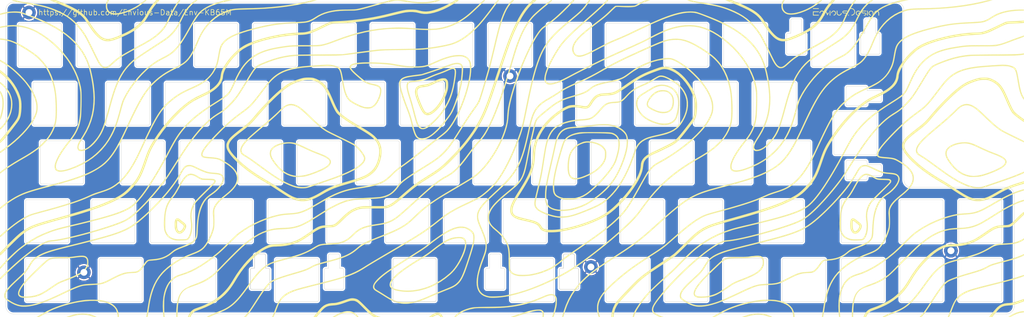
<source format=kicad_pcb>
(kicad_pcb (version 20211014) (generator pcbnew)
  (layers (0 "F.Cu" signal) (31 "B.Cu" signal) (34 "B.Paste" user) (35 "F.Paste" user) (36 "B.SilkS" user "B.Silkscreen") (37 "F.SilkS" user "F.Silkscreen") (38 "B.Mask" user) (39 "F.Mask" user) (44 "Edge.Cuts" user))
  (net 0 "")
  (net 1 "GND")
  (footprint "MountingHole:MountingHole_2.2mm_M2_Pad" (layer "F.Cu") (at 69.00025 101)
    (fp_text reference "H2")
    (fp_text value "MountingHole")
    (pad "1" thru_hole circle locked (at 0 0) (size 4.4 4.4) (drill 2.2) (layers *.Cu *.Mask) (net 1 "GND"))
  )
  (footprint "MountingHole:MountingHole_2.2mm_M2_Pad" (layer "F.Cu") (at 86.80025 185.22)
    (fp_text reference "H3")
    (fp_text value "MountingHole")
    (pad "1" thru_hole circle locked (at 0 0) (size 4.4 4.4) (drill 2.2) (layers *.Cu *.Mask) (net 1 "GND"))
  )
  (footprint "MountingHole:MountingHole_2.2mm_M2_Pad" (layer "F.Cu") (at 224.90025 121.6)
    (fp_text reference "H5")
    (fp_text value "MountingHole")
    (pad "1" thru_hole circle locked (at 0 0) (size 4.4 4.4) (drill 2.2) (layers *.Cu *.Mask) (net 1 "GND"))
  )
  (footprint "MountingHole:MountingHole_2.2mm_M2_Pad" (layer "F.Cu") (at 367.80025 178.2)
    (fp_text reference "H4")
    (fp_text value "MountingHole")
    (pad "1" thru_hole circle locked (at 0 0) (size 4.4 4.4) (drill 2.2) (layers *.Cu *.Mask) (net 1 "GND"))
  )
  (footprint "MountingHole:MountingHole_2.2mm_M2_Pad" (layer "F.Cu") (at 367.8005 178.2)
    (fp_text reference "H4")
    (fp_text value "MountingHole")
    (pad "1" thru_hole circle locked (at 0 0) (size 4.4 4.4) (drill 2.2) (layers *.Cu *.Mask) (net 1 "GND"))
  )
  (footprint "MountingHole:MountingHole_2.2mm_M2_Pad" (layer "F.Cu") (at 251.1255 183.475)
    (fp_text reference "H6")
    (fp_text value "MountingHole")
    (pad "1" thru_hole circle locked (at 0 0) (size 4.4 4.4) (drill 2.2) (layers *.Cu *.Mask) (net 1 "GND"))
  )
  (footprint "Logo:patern" (layer "F.Cu") (at 225.5 148.3)
    (fp_text reference "G***" hide)
    (fp_text value "LOGO" hide)
  )
  (footprint "kibuzzard-629271A1" (layer "F.Cu") (at 333.8 101.2)
    (fp_text reference "kibuzzard-629271A1" hide)
    (fp_text value "G***" hide)
  )
  (gr_arc (start 350.025 97.65) (mid 351.792767 98.382233) (end 352.525 100.15) (layer "Edge.Cuts") (width 0.1))
  (gr_arc (start 64.0125 198.7) (mid 62.244733 197.967767) (end 61.5125 196.2) (layer "Edge.Cuts") (width 0.1))
  (gr_line (start 350.025 97.65) (end 64.0125 97.65) (layer "Edge.Cuts") (width 0.1))
  (gr_line (start 385.8125 157.65) (end 355.025 157.65) (layer "Edge.Cuts") (width 0.1))
  (gr_arc (start 261.27675 175.65) (mid 260.923197 175.503553) (end 260.77675 175.15) (layer "Edge.Cuts") (width 0.1))
  (gr_line (start 384.31425 175.15) (end 384.31425 162.15) (layer "Edge.Cuts") (width 0.1))
  (gr_arc (start 321.90175 142.6) (mid 322.255303 142.746447) (end 322.40175 143.1) (layer "Edge.Cuts") (width 0.1))
  (gr_line (start 126.63925 123.55) (end 113.63925 123.55) (layer "Edge.Cuts") (width 0.1))
  (gr_line (start 81.3955 161.65) (end 68.3955 161.65) (layer "Edge.Cuts") (width 0.1))
  (gr_line (start 318.98925 103.05) (end 316.38925 103.05) (layer "Edge.Cuts") (width 0.1))
  (gr_line (start 92.208 194.7) (end 105.208 194.7) (layer "Edge.Cuts") (width 0.1))
  (gr_arc (start 264.75175 142.6) (mid 265.105303 142.746447) (end 265.25175 143.1) (layer "Edge.Cuts") (width 0.1))
  (gr_line (start 68.3955 194.7) (end 81.3955 194.7) (layer "Edge.Cuts") (width 0.1))
  (gr_arc (start 279.82675 162.15) (mid 279.973197 161.796447) (end 280.32675 161.65) (layer "Edge.Cuts") (width 0.1))
  (gr_line (start 346.21425 175.15) (end 346.21425 162.15) (layer "Edge.Cuts") (width 0.1))
  (gr_line (start 104.11425 118.5) (end 117.11425 118.5) (layer "Edge.Cuts") (width 0.1))
  (gr_line (start 250.46425 104.5) (end 237.46425 104.5) (layer "Edge.Cuts") (width 0.1))
  (gr_line (start 187.458 194.7) (end 200.458 194.7) (layer "Edge.Cuts") (width 0.1))
  (gr_arc (start 339.88925 103.55) (mid 340.035697 103.196447) (end 340.38925 103.05) (layer "Edge.Cuts") (width 0.1))
  (gr_arc (start 193.31425 104.5) (mid 193.667803 104.646447) (end 193.81425 105) (layer "Edge.Cuts") (width 0.1))
  (gr_arc (start 342.98925 103.05) (mid 343.342803 103.196447) (end 343.48925 103.55) (layer "Edge.Cuts") (width 0.1))
  (gr_line (start 370.31425 162.15) (end 370.31425 175.15) (layer "Edge.Cuts") (width 0.1))
  (gr_line (start 307.61425 180.7) (end 294.61425 180.7) (layer "Edge.Cuts") (width 0.1))
  (gr_arc (start 355.025 157.65) (mid 353.257233 156.917767) (end 352.525 155.15) (layer "Edge.Cuts") (width 0.1))
  (gr_line (start 221.858 183.9) (end 221.858 179.75) (layer "Edge.Cuts") (width 0.1))
  (gr_line (start 308.11425 118) (end 308.11425 105) (layer "Edge.Cuts") (width 0.1))
  (gr_arc (start 250.96425 118) (mid 250.817803 118.353553) (end 250.46425 118.5) (layer "Edge.Cuts") (width 0.1))
  (gr_line (start 131.90175 156.1) (end 131.90175 143.1) (layer "Edge.Cuts") (width 0.1))
  (gr_arc (start 320.33925 107.7) (mid 320.692803 107.846447) (end 320.83925 108.2) (layer "Edge.Cuts") (width 0.1))
  (gr_arc (start 150.95175 156.1) (mid 150.805303 156.453553) (end 150.45175 156.6) (layer "Edge.Cuts") (width 0.1))
  (gr_arc (start 245.258 179.25) (mid 245.611521 179.396464) (end 245.758 179.75) (layer "Edge.Cuts") (width 0.1))
  (gr_line (start 149.358 194.7) (end 162.358 194.7) (layer "Edge.Cuts") (width 0.1))
  (gr_arc (start 275.06425 181.2) (mid 275.210697 180.846447) (end 275.56425 180.7) (layer "Edge.Cuts") (width 0.1))
  (gr_arc (start 289.85175 156.6) (mid 289.498197 156.453553) (end 289.35175 156.1) (layer "Edge.Cuts") (width 0.1))
  (gr_line (start 61.5125 196.2) (end 61.5125 100.15) (layer "Edge.Cuts") (width 0.1))
  (gr_arc (start 146.608 183.9) (mid 146.961521 184.046464) (end 147.108 184.4) (layer "Edge.Cuts") (width 0.1))
  (gr_line (start 340.633 129.875) (end 344.783 129.875) (layer "Edge.Cuts") (width 0.1))
  (gr_arc (start 189.05175 156.1) (mid 188.905303 156.453553) (end 188.55175 156.6) (layer "Edge.Cuts") (width 0.1))
  (gr_line (start 314.53925 108.2) (end 314.53925 114.05) (layer "Edge.Cuts") (width 0.1))
  (gr_line (start 320.83925 114.05) (end 320.83925 108.2) (layer "Edge.Cuts") (width 0.1))
  (gr_arc (start 104.11425 118.5) (mid 103.760697 118.353553) (end 103.61425 118) (layer "Edge.Cuts") (width 0.1))
  (gr_arc (start 330.333 147.075) (mid 329.979479 146.928536) (end 329.833 146.575) (layer "Edge.Cuts") (width 0.1))
  (gr_arc (start 340.133 124.925) (mid 340.486521 125.071464) (end 340.633 125.425) (layer "Edge.Cuts") (width 0.1))
  (gr_arc (start 159.97675 161.65) (mid 160.330303 161.796447) (end 160.47675 162.15) (layer "Edge.Cuts") (width 0.1))
  (gr_line (start 151.73925 137.55) (end 164.73925 137.55) (layer "Edge.Cuts") (width 0.1))
  (gr_arc (start 317.13925 123.55) (mid 317.492803 123.696447) (end 317.63925 124.05) (layer "Edge.Cuts") (width 0.1))
  (gr_line (start 185.07675 175.65) (end 198.07675 175.65) (layer "Edge.Cuts") (width 0.1))
  (gr_line (start 298.58925 137.05) (end 298.58925 124.05) (layer "Edge.Cuts") (width 0.1))
  (gr_arc (start 245.70175 142.6) (mid 246.055303 142.746447) (end 246.20175 143.1) (layer "Edge.Cuts") (width 0.1))
  (gr_line (start 166.058 179.75) (end 166.058 183.9) (layer "Edge.Cuts") (width 0.1))
  (gr_line (start 216.908 184.4) (end 216.908 190.25) (layer "Edge.Cuts") (width 0.1))
  (gr_line (start 289.06425 194.2) (end 289.06425 181.2) (layer "Edge.Cuts") (width 0.1))
  (gr_line (start 213.15175 143.1) (end 213.15175 156.1) (layer "Edge.Cuts") (width 0.1))
  (gr_line (start 84.56425 105) (end 84.56425 118) (layer "Edge.Cuts") (width 0.1))
  (gr_arc (start 279.03925 123.55) (mid 279.392803 123.696447) (end 279.53925 124.05) (layer "Edge.Cuts") (width 0.1))
  (gr_arc (start 73.158 156.6) (mid 72.804479 156.453536) (end 72.658 156.1) (layer "Edge.Cuts") (width 0.1))
  (gr_arc (start 265.25175 156.1) (mid 265.105303 156.453553) (end 264.75175 156.6) (layer "Edge.Cuts") (width 0.1))
  (gr_arc (start 344.783 126.275) (mid 345.136521 126.421464) (end 345.283 126.775) (layer "Edge.Cuts") (width 0.1))
  (gr_arc (start 225.058 181.2) (mid 225.204444 180.846429) (end 225.558 180.7) (layer "Edge.Cuts") (width 0.1))
  (gr_line (start 218.258 183.9) (end 217.408 183.9) (layer "Edge.Cuts") (width 0.1))
  (gr_arc (start 169.158 179.25) (mid 169.511521 179.396464) (end 169.658 179.75) (layer "Edge.Cuts") (width 0.1))
  (gr_line (start 306.0205 162.15) (end 306.0205 175.15) (layer "Edge.Cuts") (width 0.1))
  (gr_arc (start 185.07675 175.65) (mid 184.723197 175.503553) (end 184.57675 175.15) (layer "Edge.Cuts") (width 0.1))
  (gr_arc (start 351.76425 175.65) (mid 351.410697 175.503553) (end 351.26425 175.15) (layer "Edge.Cuts") (width 0.1))
  (gr_line (start 240.808 184.4) (end 240.808 190.25) (layer "Edge.Cuts") (width 0.1))
  (gr_arc (start 332.21425 162.15) (mid 332.360697 161.796447) (end 332.71425 161.65) (layer "Edge.Cuts") (width 0.1))
  (gr_arc (start 140.808 184.4) (mid 140.954444 184.046429) (end 141.308 183.9) (layer "Edge.Cuts") (width 0.1))
  (gr_arc (start 67.8955 181.2) (mid 68.041947 180.846447) (end 68.3955 180.7) (layer "Edge.Cuts") (width 0.1))
  (gr_line (start 340.633 130.725) (end 340.633 129.875) (layer "Edge.Cuts") (width 0.1))
  (gr_line (start 142.158 183.9) (end 141.308 183.9) (layer "Edge.Cuts") (width 0.1))
  (gr_line (start 166.02675 175.65) (end 179.02675 175.65) (layer "Edge.Cuts") (width 0.1))
  (gr_arc (start 151.23925 124.05) (mid 151.385697 123.696447) (end 151.73925 123.55) (layer "Edge.Cuts") (width 0.1))
  (gr_line (start 146.47675 162.15) (end 146.47675 175.15) (layer "Edge.Cuts") (width 0.1))
  (gr_line (start 184.28925 137.05) (end 184.28925 124.05) (layer "Edge.Cuts") (width 0.1))
  (gr_line (start 179.52675 175.15) (end 179.52675 162.15) (layer "Edge.Cuts") (width 0.1))
  (gr_arc (start 184.28925 137.05) (mid 184.142803 137.403553) (end 183.78925 137.55) (layer "Edge.Cuts") (width 0.1))
  (gr_arc (start 175.05175 143.1) (mid 175.198197 142.746447) (end 175.55175 142.6) (layer "Edge.Cuts") (width 0.1))
  (gr_line (start 279.82675 162.15) (end 279.82675 175.15) (layer "Edge.Cuts") (width 0.1))
  (gr_line (start 225.058 181.2) (end 225.058 194.2) (layer "Edge.Cuts") (width 0.1))
  (gr_line (start 170.78925 137.55) (end 183.78925 137.55) (layer "Edge.Cuts") (width 0.1))
  (gr_line (start 288.56425 104.5) (end 275.56425 104.5) (layer "Edge.Cuts") (width 0.1))
  (gr_arc (start 315.88925 103.55) (mid 316.035697 103.196447) (end 316.38925 103.05) (layer "Edge.Cuts") (width 0.1))
  (gr_arc (start 165.23925 137.05) (mid 165.092803 137.403553) (end 164.73925 137.55) (layer "Edge.Cuts") (width 0.1))
  (gr_line (start 345.283 129.375) (end 345.283 126.775) (layer "Edge.Cuts") (width 0.1))
  (gr_line (start 239.058 194.2) (end 239.058 181.2) (layer "Edge.Cuts") (width 0.1))
  (gr_arc (start 370.31425 162.15) (mid 370.460697 161.796447) (end 370.81425 161.65) (layer "Edge.Cuts") (width 0.1))
  (gr_arc (start 79.01425 104.5) (mid 79.367803 104.646447) (end 79.51425 105) (layer "Edge.Cuts") (width 0.1))
  (gr_arc (start 345.71425 180.7) (mid 346.067803 180.846447) (end 346.21425 181.2) (layer "Edge.Cuts") (width 0.1))
  (gr_arc (start 270.01425 118) (mid 269.867803 118.353553) (end 269.51425 118.5) (layer "Edge.Cuts") (width 0.1))
  (gr_line (start 140.808 184.4) (end 140.808 190.25) (layer "Edge.Cuts") (width 0.1))
  (gr_arc (start 246.608 183.9) (mid 246.961521 184.046464) (end 247.108 184.4) (layer "Edge.Cuts") (width 0.1))
  (gr_line (start 365.26425 175.15) (end 365.26425 162.15) (layer "Edge.Cuts") (width 0.1))
  (gr_arc (start 200.458 180.7) (mid 200.811521 180.846464) (end 200.958 181.2) (layer "Edge.Cuts") (width 0.1))
  (gr_arc (start 266.03925 137.55) (mid 265.685697 137.403553) (end 265.53925 137.05) (layer "Edge.Cuts") (width 0.1))
  (gr_arc (start 169.50175 142.6) (mid 169.855303 142.746447) (end 170.00175 143.1) (layer "Edge.Cuts") (width 0.1))
  (gr_line (start 164.708 184.4) (end 164.708 190.25) (layer "Edge.Cuts") (width 0.1))
  (gr_line (start 315.88925 103.55) (end 315.88925 107.7) (layer "Edge.Cuts") (width 0.1))
  (gr_arc (start 370.31425 181.2) (mid 370.460697 180.846447) (end 370.81425 180.7) (layer "Edge.Cuts") (width 0.1))
  (gr_line (start 155.71425 118) (end 155.71425 105) (layer "Edge.Cuts") (width 0.1))
  (gr_arc (start 226.65175 142.6) (mid 227.005303 142.746447) (end 227.15175 143.1) (layer "Edge.Cuts") (width 0.1))
  (gr_line (start 275.06425 181.2) (end 275.06425 194.2) (layer "Edge.Cuts") (width 0.1))
  (gr_line (start 146.508 183.9) (end 145.658 183.9) (layer "Edge.Cuts") (width 0.1))
  (gr_line (start 351.76425 175.65) (end 364.76425 175.65) (layer "Edge.Cuts") (width 0.1))
  (gr_arc (start 232.70175 156.6) (mid 232.348197 156.453553) (end 232.20175 156.1) (layer "Edge.Cuts") (width 0.1))
  (gr_arc (start 189.33925 124.05) (mid 189.485697 123.696447) (end 189.83925 123.55) (layer "Edge.Cuts") (width 0.1))
  (gr_line (start 118.40175 156.6) (end 131.40175 156.6) (layer "Edge.Cuts") (width 0.1))
  (gr_line (start 145.158 179.25) (end 142.558 179.25) (layer "Edge.Cuts") (width 0.1))
  (gr_line (start 123.16425 118.5) (end 136.16425 118.5) (layer "Edge.Cuts") (width 0.1))
  (gr_arc (start 283.80175 142.6) (mid 284.155303 142.746447) (end 284.30175 143.1) (layer "Edge.Cuts") (width 0.1))
  (gr_arc (start 61.5125 100.15) (mid 62.244733 98.382233) (end 64.0125 97.65) (layer "Edge.Cuts") (width 0.1))
  (gr_arc (start 275.06425 105) (mid 275.210697 104.646447) (end 275.56425 104.5) (layer "Edge.Cuts") (width 0.1))
  (gr_arc (start 322.40175 156.1) (mid 322.255303 156.453553) (end 321.90175 156.6) (layer "Edge.Cuts") (width 0.1))
  (gr_arc (start 81.8955 194.2) (mid 81.749056 194.553571) (end 81.3955 194.7) (layer "Edge.Cuts") (width 0.1))
  (gr_line (start 94.58925 137.55) (end 107.58925 137.55) (layer "Edge.Cuts") (width 0.1))
  (gr_arc (start 217.12675 161.65) (mid 217.480303 161.796447) (end 217.62675 162.15) (layer "Edge.Cuts") (width 0.1))
  (gr_line (start 339.88925 107.7) (end 339.03925 107.7) (layer "Edge.Cuts") (width 0.1))
  (gr_line (start 193.81425 118) (end 193.81425 105) (layer "Edge.Cuts") (width 0.1))
  (gr_arc (start 68.3955 194.7) (mid 68.041947 194.553553) (end 67.8955 194.2) (layer "Edge.Cuts") (width 0.1))
  (gr_line (start 198.57675 175.15) (end 198.57675 162.15) (layer "Edge.Cuts") (width 0.1))
  (gr_arc (start 216.908 184.4) (mid 217.054444 184.046429) (end 217.408 183.9) (layer "Edge.Cuts") (width 0.1))
  (gr_line (start 237.46425 118.5) (end 250.46425 118.5) (layer "Edge.Cuts") (width 0.1))
  (gr_arc (start 269.51425 104.5) (mid 269.867803 104.646447) (end 270.01425 105) (layer "Edge.Cuts") (width 0.1))
  (gr_line (start 146.97675 175.65) (end 159.97675 175.65) (layer "Edge.Cuts") (width 0.1))
  (gr_arc (start 132.18925 124.05) (mid 132.335697 123.696447) (end 132.68925 123.55) (layer "Edge.Cuts") (width 0.1))
  (gr_line (start 319.5205 161.65) (end 306.5205 161.65) (layer "Edge.Cuts") (width 0.1))
  (gr_line (start 284.58925 124.05) (end 284.58925 137.05) (layer "Edge.Cuts") (width 0.1))
  (gr_arc (start 67.8955 162.15) (mid 68.041947 161.796447) (end 68.3955 161.65) (layer "Edge.Cuts") (width 0.1))
  (gr_arc (start 222.38925 137.05) (mid 222.242803 137.403553) (end 221.88925 137.55) (layer "Edge.Cuts") (width 0.1))
  (gr_line (start 247.208 190.25) (end 247.208 184.4) (layer "Edge.Cuts") (width 0.1))
  (gr_line (start 145.258 179.25) (end 142.658 179.25) (layer "Edge.Cuts") (width 0.1))
  (gr_arc (start 285.08925 137.55) (mid 284.735697 137.403553) (end 284.58925 137.05) (layer "Edge.Cuts") (width 0.1))
  (gr_arc (start 246.20175 156.1) (mid 246.055303 156.453553) (end 245.70175 156.6) (layer "Edge.Cuts") (width 0.1))
  (gr_arc (start 250.46425 104.5) (mid 250.817803 104.646447) (end 250.96425 105) (layer "Edge.Cuts") (width 0.1))
  (gr_line (start 225.558 194.7) (end 238.558 194.7) (layer "Edge.Cuts") (width 0.1))
  (gr_arc (start 141.208 190.75) (mid 140.854479 190.603536) (end 140.708 190.25) (layer "Edge.Cuts") (width 0.1))
  (gr_line (start 151.23925 124.05) (end 151.23925 137.05) (layer "Edge.Cuts") (width 0.1))
  (gr_line (start 223.17675 175.65) (end 236.17675 175.65) (layer "Edge.Cuts") (width 0.1))
  (gr_line (start 127.92675 175.65) (end 140.92675 175.65) (layer "Edge.Cuts") (width 0.1))
  (gr_line (start 279.53925 137.05) (end 279.53925 124.05) (layer "Edge.Cuts") (width 0.1))
  (gr_line (start 213.65175 156.6) (end 226.65175 156.6) (layer "Edge.Cuts") (width 0.1))
  (gr_line (start 231.91425 118) (end 231.91425 105) (layer "Edge.Cuts") (width 0.1))
  (gr_line (start 320.0205 175.15) (end 320.0205 162.15) (layer "Edge.Cuts") (width 0.1))
  (gr_line (start 108.08925 137.05) (end 108.08925 124.05) (layer "Edge.Cuts") (width 0.1))
  (gr_arc (start 370.81425 194.7) (mid 370.460697 194.553553) (end 370.31425 194.2) (layer "Edge.Cuts") (width 0.1))
  (gr_line (start 203.62675 162.15) (end 203.62675 175.15) (layer "Edge.Cuts") (width 0.1))
  (gr_line (start 283.80175 142.6) (end 270.80175 142.6) (layer "Edge.Cuts") (width 0.1))
  (gr_arc (start 344.783 150.275) (mid 345.136521 150.421464) (end 345.283 150.775) (layer "Edge.Cuts") (width 0.1))
  (gr_line (start 246.608 183.9) (end 245.758 183.9) (layer "Edge.Cuts") (width 0.1))
  (gr_arc (start 284.58925 124.05) (mid 284.735697 123.696447) (end 285.08925 123.55) (layer "Edge.Cuts") (width 0.1))
  (gr_arc (start 319.5205 161.65) (mid 319.874021 161.796464) (end 320.0205 162.15) (layer "Edge.Cuts") (width 0.1))
  (gr_arc (start 170.78925 137.55) (mid 170.435697 137.403553) (end 170.28925 137.05) (layer "Edge.Cuts") (width 0.1))
  (gr_arc (start 131.90175 156.1) (mid 131.755303 156.453553) (end 131.40175 156.6) (layer "Edge.Cuts") (width 0.1))
  (gr_arc (start 194.10175 143.1) (mid 194.248197 142.746447) (end 194.60175 142.6) (layer "Edge.Cuts") (width 0.1))
  (gr_line (start 170.00175 156.1) (end 170.00175 143.1) (layer "Edge.Cuts") (width 0.1))
  (gr_arc (start 232.20175 143.1) (mid 232.348197 142.746447) (end 232.70175 142.6) (layer "Edge.Cuts") (width 0.1))
  (gr_line (start 137.45175 156.6) (end 150.45175 156.6) (layer "Edge.Cuts") (width 0.1))
  (gr_arc (start 344.83925 114.05) (mid 344.692803 114.403553) (end 344.33925 114.55) (layer "Edge.Cuts") (width 0.1))
  (gr_line (start 241.408 190.75) (end 246.708 190.75) (layer "Edge.Cuts") (width 0.1))
  (gr_arc (start 240.93925 123.55) (mid 241.292803 123.696447) (end 241.43925 124.05) (layer "Edge.Cuts") (width 0.1))
  (gr_arc (start 141.308 190.75) (mid 140.954479 190.603536) (end 140.808 190.25) (layer "Edge.Cuts") (width 0.1))
  (gr_arc (start 270.30175 143.1) (mid 270.448197 142.746447) (end 270.80175 142.6) (layer "Edge.Cuts") (width 0.1))
  (gr_arc (start 314.53925 108.2) (mid 314.685697 107.846447) (end 315.03925 107.7) (layer "Edge.Cuts") (width 0.1))
  (gr_line (start 340.633 154.725) (end 340.633 153.875) (layer "Edge.Cuts") (width 0.1))
  (gr_line (start 117.90175 143.1) (end 117.90175 156.1) (layer "Edge.Cuts") (width 0.1))
  (gr_line (start 250.96425 118) (end 250.96425 105) (layer "Edge.Cuts") (width 0.1))
  (gr_arc (start 188.55175 142.6) (mid 188.905303 142.746447) (end 189.05175 143.1) (layer "Edge.Cuts") (width 0.1))
  (gr_line (start 265.53925 124.05) (end 265.53925 137.05) (layer "Edge.Cuts") (width 0.1))
  (gr_arc (start 89.32675 162.15) (mid 89.473197 161.796447) (end 89.82675 161.65) (layer "Edge.Cuts") (width 0.1))
  (gr_arc (start 231.41425 104.5) (mid 231.767803 104.646447) (end 231.91425 105) (layer "Edge.Cuts") (width 0.1))
  (gr_line (start 166.058 183.9) (end 165.208 183.9) (layer "Edge.Cuts") (width 0.1))
  (gr_arc (start 365.26425 175.15) (mid 365.117803 175.503553) (end 364.76425 175.65) (layer "Edge.Cuts") (width 0.1))
  (gr_line (start 222.67675 162.15) (end 222.67675 175.15) (layer "Edge.Cuts") (width 0.1))
  (gr_line (start 322.68925 105) (end 322.68925 118) (layer "Edge.Cuts") (width 0.1))
  (gr_line (start 67.8955 181.2) (end 67.8955 194.2) (layer "Edge.Cuts") (width 0.1))
  (gr_line (start 142.158 179.75) (end 142.158 183.9) (layer "Edge.Cuts") (width 0.1))
  (gr_line (start 200.458 180.7) (end 187.458 180.7) (layer "Edge.Cuts") (width 0.1))
  (gr_line (start 317.13925 123.55) (end 304.13925 123.55) (layer "Edge.Cuts") (width 0.1))
  (gr_arc (start 184.57675 162.15) (mid 184.723197 161.796447) (end 185.07675 161.65) (layer "Edge.Cuts") (width 0.1))
  (gr_line (start 344.33925 107.7) (end 343.48925 107.7) (layer "Edge.Cuts") (width 0.1))
  (gr_line (start 140.92675 161.65) (end 127.92675 161.65) (layer "Edge.Cuts") (width 0.1))
  (gr_line (start 127.13925 137.05) (end 127.13925 124.05) (layer "Edge.Cuts") (width 0.1))
  (gr_arc (start 194.60175 156.6) (mid 194.248197 156.453553) (end 194.10175 156.1) (layer "Edge.Cuts") (width 0.1))
  (gr_line (start 170.508 183.9) (end 169.658 183.9) (layer "Edge.Cuts") (width 0.1))
  (gr_line (start 86.658 156.1) (end 86.658 143.1) (layer "Edge.Cuts") (width 0.1))
  (gr_line (start 232.70175 156.6) (end 245.70175 156.6) (layer "Edge.Cuts") (width 0.1))
  (gr_arc (start 293.82675 175.15) (mid 293.680303 175.503553) (end 293.32675 175.65) (layer "Edge.Cuts") (width 0.1))
  (gr_arc (start 275.56425 118.5) (mid 275.210697 118.353553) (end 275.06425 118) (layer "Edge.Cuts") (width 0.1))
  (gr_line (start 186.958 181.2) (end 186.958 194.2) (layer "Edge.Cuts") (width 0.1))
  (gr_arc (start 332.21425 181.2) (mid 332.360697 180.846447) (end 332.71425 180.7) (layer "Edge.Cuts") (width 0.1))
  (gr_arc (start 306.0205 162.15) (mid 306.166944 161.796429) (end 306.5205 161.65) (layer "Edge.Cuts") (width 0.1))
  (gr_arc (start 187.458 194.7) (mid 187.104479 194.553536) (end 186.958 194.2) (layer "Edge.Cuts") (width 0.1))
  (gr_arc (start 140.92675 161.65) (mid 141.280303 161.796447) (end 141.42675 162.15) (layer "Edge.Cuts") (width 0.1))
  (gr_line (start 346.21425 194.2) (end 346.21425 181.2) (layer "Edge.Cuts") (width 0.1))
  (gr_line (start 145.68925 123.55) (end 132.68925 123.55) (layer "Edge.Cuts") (width 0.1))
  (gr_line (start 351.26425 162.15) (end 351.26425 175.15) (layer "Edge.Cuts") (width 0.1))
  (gr_arc (start 146.47675 162.15) (mid 146.623197 161.796447) (end 146.97675 161.65) (layer "Edge.Cuts") (width 0.1))
  (gr_arc (start 245.358 179.25) (mid 245.711521 179.396464) (end 245.858 179.75) (layer "Edge.Cuts") (width 0.1))
  (gr_arc (start 155.21425 104.5) (mid 155.567803 104.646447) (end 155.71425 105) (layer "Edge.Cuts") (width 0.1))
  (gr_line (start 279.03925 123.55) (end 266.03925 123.55) (layer "Edge.Cuts") (width 0.1))
  (gr_arc (start 123.16425 118.5) (mid 122.810697 118.353553) (end 122.66425 118) (layer "Edge.Cuts") (width 0.1))
  (gr_arc (start 256.01425 181.2) (mid 256.160697 180.846447) (end 256.51425 180.7) (layer "Edge.Cuts") (width 0.1))
  (gr_arc (start 140.708 184.4) (mid 140.854444 184.046429) (end 141.208 183.9) (layer "Edge.Cuts") (width 0.1))
  (gr_arc (start 334.283 131.225) (mid 333.929479 131.078536) (end 333.783 130.725) (layer "Edge.Cuts") (width 0.1))
  (gr_arc (start 148.858 181.2) (mid 149.004444 180.846429) (end 149.358 180.7) (layer "Edge.Cuts") (width 0.1))
  (gr_arc (start 308.11425 118) (mid 307.967803 118.353553) (end 307.61425 118.5) (layer "Edge.Cuts") (width 0.1))
  (gr_line (start 84.27675 137.05) (end 84.27675 124.05) (layer "Edge.Cuts") (width 0.1))
  (gr_line (start 284.30175 156.1) (end 284.30175 143.1) (layer "Edge.Cuts") (width 0.1))
  (gr_arc (start 323.18925 118.5) (mid 322.835697 118.353553) (end 322.68925 118) (layer "Edge.Cuts") (width 0.1))
  (gr_line (start 193.31425 104.5) (end 180.31425 104.5) (layer "Edge.Cuts") (width 0.1))
  (gr_arc (start 332.71425 175.65) (mid 332.360697 175.503553) (end 332.21425 175.15) (layer "Edge.Cuts") (width 0.1))
  (gr_line (start 102.82675 161.65) (end 89.82675 161.65) (layer "Edge.Cuts") (width 0.1))
  (gr_line (start 242.258 179.75) (end 242.258 183.9) (layer "Edge.Cuts") (width 0.1))
  (gr_arc (start 137.45175 156.6) (mid 137.098197 156.453553) (end 136.95175 156.1) (layer "Edge.Cuts") (width 0.1))
  (gr_arc (start 83.77675 123.55) (mid 84.130303 123.696447) (end 84.27675 124.05) (layer "Edge.Cuts") (width 0.1))
  (gr_arc (start 198.86425 105) (mid 199.010697 104.646447) (end 199.36425 104.5) (layer "Edge.Cuts") (width 0.1))
  (gr_arc (start 208.38925 124.05) (mid 208.535697 123.696447) (end 208.88925 123.55) (layer "Edge.Cuts") (width 0.1))
  (gr_arc (start 340.633 154.725) (mid 340.486556 155.078571) (end 340.133 155.225) (layer "Edge.Cuts") (width 0.1))
  (gr_arc (start 308.40175 143.1) (mid 308.548197 142.746447) (end 308.90175 142.6) (layer "Edge.Cuts") (width 0.1))
  (gr_line (start 208.38925 124.05) (end 208.38925 137.05) (layer "Edge.Cuts") (width 0.1))
  (gr_line (start 161.26425 118.5) (end 174.26425 118.5) (layer "Edge.Cuts") (width 0.1))
  (gr_arc (start 251.75175 156.6) (mid 251.398197 156.453553) (end 251.25175 156.1) (layer "Edge.Cuts") (width 0.1))
  (gr_arc (start 146.18925 137.05) (mid 146.042803 137.403553) (end 145.68925 137.55) (layer "Edge.Cuts") (width 0.1))
  (gr_arc (start 127.13925 137.05) (mid 126.992803 137.403553) (end 126.63925 137.55) (layer "Edge.Cuts") (width 0.1))
  (gr_arc (start 259.98925 123.55) (mid 260.342803 123.696447) (end 260.48925 124.05) (layer "Edge.Cuts") (width 0.1))
  (gr_line (start 79.51425 118) (end 79.51425 105) (layer "Edge.Cuts") (width 0.1))
  (gr_line (start 256.51425 118.5) (end 269.51425 118.5) (layer "Edge.Cuts") (width 0.1))
  (gr_arc (start 127.92675 175.65) (mid 127.573197 175.503553) (end 127.42675 175.15) (layer "Edge.Cuts") (width 0.1))
  (gr_line (start 208.88925 137.55) (end 221.88925 137.55) (layer "Edge.Cuts") (width 0.1))
  (gr_line (start 189.83925 137.55) (end 202.83925 137.55) (layer "Edge.Cuts") (width 0.1))
  (gr_line (start 189.33925 124.05) (end 189.33925 137.05) (layer "Edge.Cuts") (width 0.1))
  (gr_arc (start 136.16425 104.5) (mid 136.517803 104.646447) (end 136.66425 105) (layer "Edge.Cuts") (width 0.1))
  (gr_arc (start 180.31425 118.5) (mid 179.960697 118.353553) (end 179.81425 118) (layer "Edge.Cuts") (width 0.1))
  (gr_line (start 315.03925 114.55) (end 320.33925 114.55) (layer "Edge.Cuts") (width 0.1))
  (gr_arc (start 241.308 190.75) (mid 240.954479 190.603536) (end 240.808 190.25) (layer "Edge.Cuts") (width 0.1))
  (gr_arc (start 338.53925 108.2) (mid 338.685697 107.846447) (end 339.03925 107.7) (layer "Edge.Cuts") (width 0.1))
  (gr_line (start 189.05175 156.1) (end 189.05175 143.1) (layer "Edge.Cuts") (width 0.1))
  (gr_arc (start 147.108 190.25) (mid 146.961556 190.603571) (end 146.608 190.75) (layer "Edge.Cuts") (width 0.1))
  (gr_line (start 246.708 183.9) (end 245.858 183.9) (layer "Edge.Cuts") (width 0.1))
  (gr_line (start 332.21425 162.15) (end 332.21425 175.15) (layer "Edge.Cuts") (width 0.1))
  (gr_line (start 370.31425 181.2) (end 370.31425 194.2) (layer "Edge.Cuts") (width 0.1))
  (gr_line (start 256.51425 194.7) (end 269.51425 194.7) (layer "Edge.Cuts") (width 0.1))
  (gr_arc (start 318.98925 103.05) (mid 319.342803 103.196447) (end 319.48925 103.55) (layer "Edge.Cuts") (width 0.1))
  (gr_arc (start 221.358 179.25) (mid 221.711521 179.396464) (end 221.858 179.75) (layer "Edge.Cuts") (width 0.1))
  (gr_line (start 179.81425 105) (end 179.81425 118) (layer "Edge.Cuts") (width 0.1))
  (gr_arc (start 242.22675 175.65) (mid 241.873197 175.503553) (end 241.72675 175.15) (layer "Edge.Cuts") (width 0.1))
  (gr_line (start 147.108 190.25) (end 147.108 184.4) (layer "Edge.Cuts") (width 0.1))
  (gr_arc (start 351.26425 181.2) (mid 351.410697 180.846447) (end 351.76425 180.7) (layer "Edge.Cuts") (width 0.1))
  (gr_arc (start 274.77675 175.15) (mid 274.630303 175.503553) (end 274.27675 175.65) (layer "Edge.Cuts") (width 0.1))
  (gr_line (start 217.12675 161.65) (end 204.12675 161.65) (layer "Edge.Cuts") (width 0.1))
  (gr_arc (start 303.63925 124.05) (mid 303.785697 123.696447) (end 304.13925 123.55) (layer "Edge.Cuts") (width 0.1))
  (gr_arc (start 202.83925 123.55) (mid 203.192803 123.696447) (end 203.33925 124.05) (layer "Edge.Cuts") (width 0.1))
  (gr_line (start 266.03925 137.55) (end 279.03925 137.55) (layer "Edge.Cuts") (width 0.1))
  (gr_line (start 285.08925 137.55) (end 298.08925 137.55) (layer "Edge.Cuts") (width 0.1))
  (gr_arc (start 320.0205 175.15) (mid 319.874056 175.503571) (end 319.5205 175.65) (layer "Edge.Cuts") (width 0.1))
  (gr_line (start 103.32675 175.15) (end 103.32675 162.15) (layer "Edge.Cuts") (width 0.1))
  (gr_arc (start 142.21425 118.5) (mid 141.860697 118.353553) (end 141.71425 118) (layer "Edge.Cuts") (width 0.1))
  (gr_arc (start 186.958 181.2) (mid 187.104444 180.846429) (end 187.458 180.7) (layer "Edge.Cuts") (width 0.1))
  (gr_line (start 280.32675 175.65) (end 293.32675 175.65) (layer "Edge.Cuts") (width 0.1))
  (gr_line (start 89.32675 162.15) (end 89.32675 175.15) (layer "Edge.Cuts") (width 0.1))
  (gr_arc (start 108.37675 162.15) (mid 108.523197 161.796447) (end 108.87675 161.65) (layer "Edge.Cuts") (width 0.1))
  (gr_line (start 141.208 190.75) (end 146.508 190.75) (layer "Edge.Cuts") (width 0.1))
  (gr_arc (start 246.98925 137.55) (mid 246.635697 137.403553) (end 246.48925 137.05) (layer "Edge.Cuts") (width 0.1))
  (gr_line (start 136.95175 143.1) (end 136.95175 156.1) (layer "Edge.Cuts") (width 0.1))
  (gr_arc (start 322.68925 105) (mid 322.835697 104.646447) (end 323.18925 104.5) (layer "Edge.Cuts") (width 0.1))
  (gr_line (start 198.86425 105) (end 198.86425 118) (layer "Edge.Cuts") (width 0.1))
  (gr_line (start 107.58925 123.55) (end 94.58925 123.55) (layer "Edge.Cuts") (width 0.1))
  (gr_arc (start 151.73925 137.55) (mid 151.385697 137.403553) (end 151.23925 137.05) (layer "Edge.Cuts") (width 0.1))
  (gr_line (start 217.91425 105) (end 217.91425 118) (layer "Edge.Cuts") (width 0.1))
  (gr_line (start 117.61425 118) (end 117.61425 105) (layer "Edge.Cuts") (width 0.1))
  (gr_arc (start 166.058 179.75) (mid 166.204444 179.396429) (end 166.558 179.25) (layer "Edge.Cuts") (width 0.1))
  (gr_line (start 160.76425 105) (end 160.76425 118) (layer "Edge.Cuts") (width 0.1))
  (gr_arc (start 384.31425 194.2) (mid 384.167803 194.553553) (end 383.81425 194.7) (layer "Edge.Cuts") (width 0.1))
  (gr_arc (start 179.52675 175.15) (mid 179.380303 175.503553) (end 179.02675 175.65) (layer "Edge.Cuts") (width 0.1))
  (gr_arc (start 187.458 194.7) (mid 187.104479 194.553536) (end 186.958 194.2) (layer "Edge.Cuts") (width 0.1))
  (gr_arc (start 115.5205 181.2) (mid 115.666944 180.846429) (end 116.0205 180.7) (layer "Edge.Cuts") (width 0.1))
  (gr_arc (start 91.708 181.2) (mid 91.854444 180.846429) (end 92.208 180.7) (layer "Edge.Cuts") (width 0.1))
  (gr_line (start 304.13925 137.55) (end 317.13925 137.55) (layer "Edge.Cuts") (width 0.1))
  (gr_line (start 261.27675 175.65) (end 274.27675 175.65) (layer "Edge.Cuts") (width 0.1))
  (gr_arc (start 141.71425 105) (mid 141.860697 104.646447) (end 142.21425 104.5) (layer "Edge.Cuts") (width 0.1))
  (gr_line (start 275.06425 105) (end 275.06425 118) (layer "Edge.Cuts") (width 0.1))
  (gr_line (start 351.26425 181.2) (end 351.26425 194.2) (layer "Edge.Cuts") (width 0.1))
  (gr_line (start 129.0205 180.7) (end 116.0205 180.7) (layer "Edge.Cuts") (width 0.1))
  (gr_arc (start 146.97675 175.65) (mid 146.623197 175.503553) (end 146.47675 175.15) (layer "Edge.Cuts") (width 0.1))
  (gr_line (start 121.87675 161.65) (end 108.87675 161.65) (layer "Edge.Cuts") (width 0.1))
  (gr_arc (start 298.58925 137.05) (mid 298.442803 137.403553) (end 298.08925 137.55) (layer "Edge.Cuts") (width 0.1))
  (gr_arc (start 351.76425 194.7) (mid 351.410697 194.553553) (end 351.26425 194.2) (layer "Edge.Cuts") (width 0.1))
  (gr_line (start 343.833 146.575) (end 343.833 133.575) (layer "Edge.Cuts") (width 0.1))
  (gr_arc (start 240.908 184.4) (mid 241.054444 184.046429) (end 241.408 183.9) (layer "Edge.Cuts") (width 0.1))
  (gr_arc (start 255.22675 161.65) (mid 255.580303 161.796447) (end 255.72675 162.15) (layer "Edge.Cuts") (width 0.1))
  (gr_arc (start 89.82675 175.65) (mid 89.473197 175.503553) (end 89.32675 175.15) (layer "Edge.Cuts") (width 0.1))
  (gr_line (start 67.8955 162.15) (end 67.8955 175.15) (layer "Edge.Cuts") (width 0.1))
  (gr_line (start 241.43925 137.05) (end 241.43925 124.05) (layer "Edge.Cuts") (width 0.1))
  (gr_arc (start 204.12675 175.65) (mid 203.773197 175.503553) (end 203.62675 175.15) (layer "Edge.Cuts") (width 0.1))
  (gr_arc (start 308.90175 156.6) (mid 308.548197 156.453553) (end 308.40175 156.1) (layer "Edge.Cuts") (width 0.1))
  (gr_line (start 270.01425 118) (end 270.01425 105) (layer "Edge.Cuts") (width 0.1))
  (gr_arc (start 223.208 190.25) (mid 223.061556 190.603571) (end 222.708 190.75) (layer "Edge.Cuts") (width 0.1))
  (gr_arc (start 333.783 125.425) (mid 333.929444 125.071429) (end 334.283 124.925) (layer "Edge.Cuts") (width 0.1))
  (gr_line (start 298.08925 123.55) (end 285.08925 123.55) (layer "Edge.Cuts") (width 0.1))
  (gr_line (start 156.00175 143.1) (end 156.00175 156.1) (layer "Edge.Cuts") (width 0.1))
  (gr_arc (start 236.67675 175.15) (mid 236.530303 175.503553) (end 236.17675 175.65) (layer "Edge.Cuts") (width 0.1))
  (gr_line (start 236.67675 175.15) (end 236.67675 162.15) (layer "Edge.Cuts") (width 0.1))
  (gr_line (start 218.258 179.75) (end 218.258 183.9) (layer "Edge.Cuts") (width 0.1))
  (gr_line (start 255.72675 175.15) (end 255.72675 162.15) (layer "Edge.Cuts") (width 0.1))
  (gr_line (start 73.158 156.6) (end 86.158 156.6) (layer "Edge.Cuts") (width 0.1))
  (gr_arc (start 327.16425 194.2) (mid 327.017803 194.553553) (end 326.66425 194.7) (layer "Edge.Cuts") (width 0.1))
  (gr_arc (start 142.158 179.75) (mid 142.304444 179.396429) (end 142.658 179.25) (layer "Edge.Cuts") (width 0.1))
  (gr_arc (start 117.61425 118) (mid 117.467803 118.353553) (end 117.11425 118.5) (layer "Edge.Cuts") (width 0.1))
  (gr_line (start 294.61425 118.5) (end 307.61425 118.5) (layer "Edge.Cuts") (width 0.1))
  (gr_arc (start 269.51425 180.7) (mid 269.867803 180.846447) (end 270.01425 181.2) (layer "Edge.Cuts") (width 0.1))
  (gr_line (start 332.21425 181.2) (end 332.21425 194.2) (layer "Edge.Cuts") (width 0.1))
  (gr_arc (start 256.01425 105) (mid 256.160697 104.646447) (end 256.51425 104.5) (layer "Edge.Cuts") (width 0.1))
  (gr_arc (start 200.958 194.2) (mid 200.811556 194.553571) (end 200.458 194.7) (layer "Edge.Cuts") (width 0.1))
  (gr_line (start 223.208 190.25) (end 223.208 184.4) (layer "Edge.Cuts") (width 0.1))
  (gr_line (start 269.51425 104.5) (end 256.51425 104.5) (layer "Edge.Cuts") (width 0.1))
  (gr_line (start 79.01425 104.5) (end 66.01425 104.5) (layer "Edge.Cuts") (width 0.1))
  (gr_arc (start 251.25175 143.1) (mid 251.398197 142.746447) (end 251.75175 142.6) (layer "Edge.Cuts") (width 0.1))
  (gr_line (start 364.76425 180.7) (end 351.76425 180.7) (layer "Edge.Cuts") (width 0.1))
  (gr_line (start 132.68925 137.55) (end 145.68925 137.55) (layer "Edge.Cuts") (width 0.1))
  (gr_arc (start 160.47675 175.15) (mid 160.330303 175.503553) (end 159.97675 175.65) (layer "Edge.Cuts") (width 0.1))
  (gr_arc (start 84.27675 137.05) (mid 84.130303 137.403553) (end 83.77675 137.55) (layer "Edge.Cuts") (width 0.1))
  (gr_arc (start 241.43925 137.05) (mid 241.292803 137.403553) (end 240.93925 137.55) (layer "Edge.Cuts") (width 0.1))
  (gr_arc (start 270.80175 156.6) (mid 270.448197 156.453553) (end 270.30175 156.1) (layer "Edge.Cuts") (width 0.1))
  (gr_line (start 238.558 180.7) (end 225.558 180.7) (layer "Edge.Cuts") (width 0.1))
  (gr_arc (start 70.77675 137.55) (mid 70.423197 137.403553) (end 70.27675 137.05) (layer "Edge.Cuts") (width 0.1))
  (gr_line (start 322.40175 156.1) (end 322.40175 143.1) (layer "Edge.Cuts") (width 0.1))
  (gr_line (start 105.708 194.2) (end 105.708 181.2) (layer "Edge.Cuts") (width 0.1))
  (gr_line (start 72.658 143.1) (end 72.658 156.1) (layer "Edge.Cuts") (width 0.1))
  (gr_arc (start 183.78925 123.55) (mid 184.142803 123.696447) (end 184.28925 124.05) (layer "Edge.Cuts") (width 0.1))
  (gr_line (start 270.80175 156.6) (end 283.80175 156.6) (layer "Edge.Cuts") (width 0.1))
  (gr_line (start 294.11425 105) (end 294.11425 118) (layer "Edge.Cuts") (width 0.1))
  (gr_arc (start 289.35175 143.1) (mid 289.498197 142.746447) (end 289.85175 142.6) (layer "Edge.Cuts") (width 0.1))
  (gr_arc (start 118.40175 156.6) (mid 118.048197 156.453553) (end 117.90175 156.1) (layer "Edge.Cuts") (width 0.1))
  (gr_line (start 217.62675 175.15) (end 217.62675 162.15) (layer "Edge.Cuts") (width 0.1))
  (gr_line (start 340.633 153.875) (end 344.783 153.875) (layer "Edge.Cuts") (width 0.1))
  (gr_arc (start 217.91425 105) (mid 218.060697 104.646447) (end 218.41425 104.5) (layer "Edge.Cuts") (width 0.1))
  (gr_line (start 303.35175 156.1) (end 303.35175 143.1) (layer "Edge.Cuts") (width 0.1))
  (gr_line (start 165.208 190.75) (end 170.508 190.75) (layer "Edge.Cuts") (width 0.1))
  (gr_line (start 240.908 184.4) (end 240.908 190.25) (layer "Edge.Cuts") (width 0.1))
  (gr_line (start 302.85175 142.6) (end 289.85175 142.6) (layer "Edge.Cuts") (width 0.1))
  (gr_arc (start 388.3125 196.2) (mid 387.580267 197.967767) (end 385.8125 198.7) (layer "Edge.Cuts") (width 0.1))
  (gr_arc (start 304.13925 137.55) (mid 303.785697 137.403553) (end 303.63925 137.05) (layer "Edge.Cuts") (width 0.1))
  (gr_arc (start 308.11425 194.2) (mid 307.967803 194.553553) (end 307.61425 194.7) (layer "Edge.Cuts") (width 0.1))
  (gr_arc (start 329.833 133.575) (mid 329.979444 133.221429) (end 330.333 133.075) (layer "Edge.Cuts") (width 0.1))
  (gr_line (start 117.11425 104.5) (end 104.11425 104.5) (layer "Edge.Cuts") (width 0.1))
  (gr_line (start 319.48925 107.7) (end 319.48925 103.55) (layer "Edge.Cuts") (width 0.1))
  (gr_line (start 150.45175 142.6) (end 137.45175 142.6) (layer "Edge.Cuts") (width 0.1))
  (gr_arc (start 162.858 194.2) (mid 162.711556 194.553571) (end 162.358 194.7) (layer "Edge.Cuts") (width 0.1))
  (gr_line (start 200.958 194.2) (end 200.958 181.2) (layer "Edge.Cuts") (width 0.1))
  (gr_arc (start 332.71425 194.7) (mid 332.360697 194.553553) (end 332.21425 194.2) (layer "Edge.Cuts") (width 0.1))
  (gr_line (start 136.66425 118) (end 136.66425 105) (layer "Edge.Cuts") (width 0.1))
  (gr_line (start 336.68925 118) (end 336.68925 105) (layer "Edge.Cuts") (width 0.1))
  (gr_arc (start 72.658 143.1) (mid 72.804444 142.746429) (end 73.158 142.6) (layer "Edge.Cuts") (width 0.1))
  (gr_arc (start 142.058 179.75) (mid 142.204444 179.396429) (end 142.558 179.25) (layer "Edge.Cuts") (width 0.1))
  (gr_arc (start 193.81425 118) (mid 193.667803 118.353553) (end 193.31425 118.5) (layer "Edge.Cuts") (width 0.1))
  (gr_line (start 159.97675 161.65) (end 146.97675 161.65) (layer "Edge.Cuts") (width 0.1))
  (gr_arc (start 86.158 142.6) (mid 86.511521 142.746464) (end 86.658 143.1) (layer "Edge.Cuts") (width 0.1))
  (gr_arc (start 155.71425 118) (mid 155.567803 118.353553) (end 155.21425 118.5) (layer "Edge.Cuts") (width 0.1))
  (gr_line (start 340.133 148.925) (end 334.283 148.925) (layer "Edge.Cuts") (width 0.1))
  (gr_arc (start 81.3955 180.7) (mid 81.749021 180.846464) (end 81.8955 181.2) (layer "Edge.Cuts") (width 0.1))
  (gr_arc (start 117.90175 143.1) (mid 118.048197 142.746447) (end 118.40175 142.6) (layer "Edge.Cuts") (width 0.1))
  (gr_arc (start 213.15175 143.1) (mid 213.298197 142.746447) (end 213.65175 142.6) (layer "Edge.Cuts") (width 0.1))
  (gr_arc (start 222.67675 162.15) (mid 222.823197 161.796447) (end 223.17675 161.65) (layer "Edge.Cuts") (width 0.1))
  (gr_line (start 242.22675 175.65) (end 255.22675 175.65) (layer "Edge.Cuts") (width 0.1))
  (gr_arc (start 351.26425 162.15) (mid 351.410697 161.796447) (end 351.76425 161.65) (layer "Edge.Cuts") (width 0.1))
  (gr_line (start 68.3955 175.65) (end 81.3955 175.65) (layer "Edge.Cuts") (width 0.1))
  (gr_line (start 171.008 190.25) (end 171.008 184.4) (layer "Edge.Cuts") (width 0.1))
  (gr_line (start 212.86425 118) (end 212.86425 105) (layer "Edge.Cuts") (width 0.1))
  (gr_line (start 65.51425 105) (end 65.51425 118) (layer "Edge.Cuts") (width 0.1))
  (gr_arc (start 293.32675 161.65) (mid 293.680303 161.796447) (end 293.82675 162.15) (layer "Edge.Cuts") (width 0.1))
  (gr_arc (start 280.32675 175.65) (mid 279.973197 175.503553) (end 279.82675 175.15) (layer "Edge.Cuts") (width 0.1))
  (gr_arc (start 294.61425 194.7) (mid 294.260697 194.553553) (end 294.11425 194.2) (layer "Edge.Cuts") (width 0.1))
  (gr_arc (start 126.63925 123.55) (mid 126.992803 123.696447) (end 127.13925 124.05) (layer "Edge.Cuts") (width 0.1))
  (gr_line (start 270.01425 194.2) (end 270.01425 181.2) (layer "Edge.Cuts") (width 0.1))
  (gr_line (start 217.408 190.75) (end 222.708 190.75) (layer "Edge.Cuts") (width 0.1))
  (gr_line (start 188.55175 142.6) (end 175.55175 142.6) (layer "Edge.Cuts") (width 0.1))
  (gr_arc (start 81.8955 175.15) (mid 81.749056 175.503571) (end 81.3955 175.65) (layer "Edge.Cuts") (width 0.1))
  (gr_arc (start 384.31425 175.15) (mid 384.167803 175.503553) (end 383.81425 175.65) (layer "Edge.Cuts") (width 0.1))
  (gr_arc (start 179.02675 161.65) (mid 179.380303 161.796447) (end 179.52675 162.15) (layer "Edge.Cuts") (width 0.1))
  (gr_line (start 89.82675 175.65) (end 102.82675 175.65) (layer "Edge.Cuts") (width 0.1))
  (gr_arc (start 146.508 183.9) (mid 146.861521 184.046464) (end 147.008 184.4) (layer "Edge.Cuts") (width 0.1))
  (gr_arc (start 208.88925 137.55) (mid 208.535697 137.403553) (end 208.38925 137.05) (layer "Edge.Cuts") (width 0.1))
  (gr_arc (start 333.783 149.425) (mid 333.929444 149.071429) (end 334.283 148.925) (layer "Edge.Cuts") (width 0.1))
  (gr_arc (start 242.158 179.75) (mid 242.304444 179.396429) (end 242.658 179.25) (layer "Edge.Cuts") (width 0.1))
  (gr_arc (start 307.61425 180.7) (mid 307.967803 180.846447) (end 308.11425 181.2) (layer "Edge.Cuts") (width 0.1))
  (gr_line (start 246.20175 156.1) (end 246.20175 143.1) (layer "Edge.Cuts") (width 0.1))
  (gr_arc (start 171.008 190.25) (mid 170.861556 190.603571) (end 170.508 190.75) (layer "Edge.Cuts") (width 0.1))
  (gr_line (start 204.12675 175.65) (end 217.12675 175.65) (layer "Edge.Cuts") (width 0.1))
  (gr_line (start 70.77675 137.55) (end 83.77675 137.55) (layer "Edge.Cuts") (width 0.1))
  (gr_arc (start 85.06425 118.5) (mid 84.710697 118.353553) (end 84.56425 118) (layer "Edge.Cuts") (width 0.1))
  (gr_line (start 162.858 194.2) (end 162.858 181.2) (layer "Edge.Cuts") (width 0.1))
  (gr_line (start 184.57675 162.15) (end 184.57675 175.15) (layer "Edge.Cuts") (width 0.1))
  (gr_arc (start 132.68925 137.55) (mid 132.335697 137.403553) (end 132.18925 137.05) (layer "Edge.Cuts") (width 0.1))
  (gr_arc (start 170.28925 124.05) (mid 170.435697 123.696447) (end 170.78925 123.55) (layer "Edge.Cuts") (width 0.1))
  (gr_line (start 212.36425 104.5) (end 199.36425 104.5) (layer "Edge.Cuts") (width 0.1))
  (gr_line (start 179.02675 161.65) (end 166.02675 161.65) (layer "Edge.Cuts") (width 0.1))
  (gr_arc (start 175.55175 156.6) (mid 175.198197 156.453553) (end 175.05175 156.1) (layer "Edge.Cuts") (width 0.1))
  (gr_arc (start 241.408 190.75) (mid 241.054479 190.603536) (end 240.908 190.25) (layer "Edge.Cuts") (width 0.1))
  (gr_line (start 66.01425 118.5) (end 79.01425 118.5) (layer "Edge.Cuts") (width 0.1))
  (gr_arc (start 289.06425 194.2) (mid 288.917803 194.553553) (end 288.56425 194.7) (layer "Edge.Cuts") (width 0.1))
  (gr_line (start 317.63925 137.05) (end 317.63925 124.05) (layer "Edge.Cuts") (width 0.1))
  (gr_arc (start 70.27675 124.05) (mid 70.423197 123.696447) (end 70.77675 123.55) (layer "Edge.Cuts") (width 0.1))
  (gr_arc (start 345.283 153.375) (mid 345.136556 153.728571) (end 344.783 153.875) (layer "Edge.Cuts") (width 0.1))
  (gr_arc (start 236.17675 161.65) (mid 236.530303 161.796447) (end 236.67675 162.15) (layer "Edge.Cuts") (width 0.1))
  (gr_arc (start 200.958 194.2) (mid 200.811556 194.553571) (end 200.458 194.7) (layer "Edge.Cuts") (width 0.1))
  (gr_line (start 141.308 190.75) (end 146.608 190.75) (layer "Edge.Cuts") (width 0.1))
  (gr_line (start 187.458 194.7) (end 200.458 194.7) (layer "Edge.Cuts") (width 0.1))
  (gr_line (start 231.41425 104.5) (end 218.41425 104.5) (layer "Edge.Cuts") (width 0.1))
  (gr_arc (start 241.72675 162.15) (mid 241.873197 161.796447) (end 242.22675 161.65) (layer "Edge.Cuts") (width 0.1))
  (gr_arc (start 246.708 183.9) (mid 247.061521 184.046464) (end 247.208 184.4) (layer "Edge.Cuts") (width 0.1))
  (gr_line (start 388.3125 196.2) (end 388.3125 160.15) (layer "Edge.Cuts") (width 0.1))
  (gr_line (start 108.37675 162.15) (end 108.37675 175.15) (layer "Edge.Cuts") (width 0.1))
  (gr_line (start 236.17675 161.65) (end 223.17675 161.65) (layer "Edge.Cuts") (width 0.1))
  (gr_arc (start 303.35175 156.1) (mid 303.205303 156.453553) (end 302.85175 156.6) (layer "Edge.Cuts") (width 0.1))
  (gr_arc (start 246.48925 124.05) (mid 246.635697 123.696447) (end 246.98925 123.55) (layer "Edge.Cuts") (width 0.1))
  (gr_arc (start 294.11425 181.2) (mid 294.260697 180.846447) (end 294.61425 180.7) (layer "Edge.Cuts") (width 0.1))
  (gr_arc (start 162.358 180.7) (mid 162.711521 180.846464) (end 162.858 181.2) (layer "Edge.Cuts") (width 0.1))
  (gr_arc (start 174.26425 104.5) (mid 174.617803 104.646447) (end 174.76425 105) (layer "Edge.Cuts") (width 0.1))
  (gr_arc (start 275.56425 194.7) (mid 275.210697 194.553553) (end 275.06425 194.2) (layer "Edge.Cuts") (width 0.1))
  (gr_line (start 334.283 131.225) (end 340.133 131.225) (layer "Edge.Cuts") (width 0.1))
  (gr_arc (start 156.00175 143.1) (mid 156.148197 142.746447) (end 156.50175 142.6) (layer "Edge.Cuts") (width 0.1))
  (gr_line (start 194.60175 156.6) (end 207.60175 156.6) (layer "Edge.Cuts") (width 0.1))
  (gr_line (start 339.03925 114.55) (end 344.33925 114.55) (layer "Edge.Cuts") (width 0.1))
  (gr_arc (start 306.5205 175.65) (mid 306.166979 175.503536) (end 306.0205 175.15) (layer "Edge.Cuts") (width 0.1))
  (gr_line (start 227.43925 124.05) (end 227.43925 137.05) (layer "Edge.Cuts") (width 0.1))
  (gr_line (start 338.53925 108.2) (end 338.53925 114.05) (layer "Edge.Cuts") (width 0.1))
  (gr_arc (start 274.27675 161.65) (mid 274.630303 161.796447) (end 274.77675 162.15) (layer "Edge.Cuts") (width 0.1))
  (gr_line (start 344.783 150.275) (end 340.633 150.275) (layer "Edge.Cuts") (width 0.1))
  (gr_arc (start 208.10175 156.1) (mid 207.955303 156.453553) (end 207.60175 156.6) (layer "Edge.Cuts") (width 0.1))
  (gr_line (start 313.16425 181.2) (end 313.16425 194.2) (layer "Edge.Cuts") (width 0.1))
  (gr_arc (start 212.86425 118) (mid 212.717803 118.353553) (end 212.36425 118.5) (layer "Edge.Cuts") (width 0.1))
  (gr_arc (start 247.208 190.25) (mid 247.061556 190.603571) (end 246.708 190.75) (layer "Edge.Cuts") (width 0.1))
  (gr_line (start 207.60175 142.6) (end 194.60175 142.6) (layer "Edge.Cuts") (width 0.1))
  (gr_arc (start 345.71425 161.65) (mid 346.067803 161.796447) (end 346.21425 162.15) (layer "Edge.Cuts") (width 0.1))
  (gr_arc (start 164.708 184.4) (mid 164.854444 184.046429) (end 165.208 183.9) (layer "Edge.Cuts") (width 0.1))
  (gr_arc (start 165.52675 162.15) (mid 165.673197 161.796447) (end 166.02675 161.65) (layer "Edge.Cuts") (width 0.1))
  (gr_arc (start 336.18925 104.5) (mid 336.542803 104.646447) (end 336.68925 105) (layer "Edge.Cuts") (width 0.1))
  (gr_line (start 148.858 181.2) (end 148.858 194.2) (layer "Edge.Cuts") (width 0.1))
  (gr_line (start 175.05175 143.1) (end 175.05175 156.1) (layer "Edge.Cuts") (width 0.1))
  (gr_arc (start 284.30175 156.1) (mid 284.155303 156.453553) (end 283.80175 156.6) (layer "Edge.Cuts") (width 0.1))
  (gr_line (start 293.82675 175.15) (end 293.82675 162.15) (layer "Edge.Cuts") (width 0.1))
  (gr_line (start 91.708 181.2) (end 91.708 194.2) (layer "Edge.Cuts") (width 0.1))
  (gr_line (start 269.51425 180.7) (end 256.51425 180.7) (layer "Edge.Cuts") (width 0.1))
  (gr_arc (start 66.01425 118.5) (mid 65.660697 118.353553) (end 65.51425 118) (layer "Edge.Cuts") (width 0.1))
  (gr_line (start 383.81425 161.65) (end 370.81425 161.65) (layer "Edge.Cuts") (width 0.1))
  (gr_line (start 344.783 126.275) (end 340.633 126.275) (layer "Edge.Cuts") (width 0.1))
  (gr_line (start 364.76425 161.65) (end 351.76425 161.65) (layer "Edge.Cuts") (width 0.1))
  (gr_line (start 321.90175 142.6) (end 308.90175 142.6) (layer "Edge.Cuts") (width 0.1))
  (gr_line (start 194.10175 143.1) (end 194.10175 156.1) (layer "Edge.Cuts") (width 0.1))
  (gr_line (start 160.47675 175.15) (end 160.47675 162.15) (layer "Edge.Cuts") (width 0.1))
  (gr_line (start 330.333 147.075) (end 343.333 147.075) (layer "Edge.Cuts") (width 0.1))
  (gr_line (start 232.20175 143.1) (end 232.20175 156.1) (layer "Edge.Cuts") (width 0.1))
  (gr_arc (start 179.81425 105) (mid 179.960697 104.646447) (end 180.31425 104.5) (layer "Edge.Cuts") (width 0.1))
  (gr_arc (start 279.53925 137.05) (mid 279.392803 137.403553) (end 279.03925 137.55) (layer "Edge.Cuts") (width 0.1))
  (gr_line (start 145.658 183.9) (end 145.658 179.75) (layer "Edge.Cuts") (width 0.1))
  (gr_arc (start 326.66425 180.7) (mid 327.017803 180.846447) (end 327.16425 181.2) (layer "Edge.Cuts") (width 0.1))
  (gr_arc (start 102.82675 161.65) (mid 103.180303 161.796447) (end 103.32675 162.15) (layer "Edge.Cuts") (width 0.1))
  (gr_arc (start 225.558 194.7) (mid 225.204479 194.553536) (end 225.058 194.2) (layer "Edge.Cuts") (width 0.1))
  (gr_line (start 150.95175 156.1) (end 150.95175 143.1) (layer "Edge.Cuts") (width 0.1))
  (gr_line (start 384.31425 194.2) (end 384.31425 181.2) (layer "Edge.Cuts") (width 0.1))
  (gr_line (start 142.21425 118.5) (end 155.21425 118.5) (layer "Edge.Cuts") (width 0.1))
  (gr_arc (start 227.93925 137.55) (mid 227.585697 137.403553) (end 227.43925 137.05) (layer "Edge.Cuts") (width 0.1))
  (gr_arc (start 121.87675 161.65) (mid 122.230303 161.796447) (end 122.37675 162.15) (layer "Edge.Cuts") (width 0.1))
  (gr_line (start 264.75175 142.6) (end 251.75175 142.6) (layer "Edge.Cuts") (width 0.1))
  (gr_arc (start 288.56425 104.5) (mid 288.917803 104.646447) (end 289.06425 105) (layer "Edge.Cuts") (width 0.1))
  (gr_line (start 294.61425 194.7) (end 307.61425 194.7) (layer "Edge.Cuts") (width 0.1))
  (gr_line (start 303.63925 124.05) (end 303.63925 137.05) (layer "Edge.Cuts") (width 0.1))
  (gr_line (start 365.26425 194.2) (end 365.26425 181.2) (layer "Edge.Cuts") (width 0.1))
  (gr_arc (start 131.40175 142.6) (mid 131.755303 142.746447) (end 131.90175 143.1) (layer "Edge.Cuts") (width 0.1))
  (gr_line (start 81.3955 180.7) (end 68.3955 180.7) (layer "Edge.Cuts") (width 0.1))
  (gr_arc (start 165.208 190.75) (mid 164.854479 190.603536) (end 164.708 190.25) (layer "Edge.Cuts") (width 0.1))
  (gr_arc (start 302.85175 142.6) (mid 303.205303 142.746447) (end 303.35175 143.1) (layer "Edge.Cuts") (width 0.1))
  (gr_arc (start 149.358 194.7) (mid 149.004479 194.553536) (end 148.858 194.2) (layer "Edge.Cuts") (width 0.1))
  (gr_arc (start 370.81425 175.65) (mid 370.460697 175.503553) (end 370.31425 175.15) (layer "Edge.Cuts") (width 0.1))
  (gr_arc (start 236.96425 105) (mid 237.110697 104.646447) (end 237.46425 104.5) (layer "Edge.Cuts") (width 0.1))
  (gr_line (start 221.88925 123.55) (end 208.88925 123.55) (layer "Edge.Cuts") (width 0.1))
  (gr_line (start 218.41425 118.5) (end 231.41425 118.5) (layer "Edge.Cuts") (width 0.1))
  (gr_line (start 142.058 183.9) (end 141.208 183.9) (layer "Edge.Cuts") (width 0.1))
  (gr_line (start 289.35175 143.1) (end 289.35175 156.1) (layer "Edge.Cuts") (width 0.1))
  (gr_line (start 345.283 153.375) (end 345.283 150.775) (layer "Edge.Cuts") (width 0.1))
  (gr_line (start 246.98925 137.55) (end 259.98925 137.55) (layer "Edge.Cuts") (width 0.1))
  (gr_arc (start 122.37675 175.15) (mid 122.230303 175.503553) (end 121.87675 175.65) (layer "Edge.Cuts") (width 0.1))
  (gr_line (start 333.783 125.425) (end 333.783 130.725) (layer "Edge.Cuts") (width 0.1))
  (gr_arc (start 94.58925 137.55) (mid 94.235697 137.403553) (end 94.08925 137.05) (layer "Edge.Cuts") (width 0.1))
  (gr_line (start 345.71425 180.7) (end 332.71425 180.7) (layer "Edge.Cuts") (width 0.1))
  (gr_line (start 306.5205 175.65) (end 319.5205 175.65) (layer "Edge.Cuts") (width 0.1))
  (gr_line (start 200.958 194.2) (end 200.958 181.2) (layer "Edge.Cuts") (width 0.1))
  (gr_line (start 113.63925 137.55) (end 126.63925 137.55) (layer "Edge.Cuts") (width 0.1))
  (gr_line (start 127.42675 162.15) (end 127.42675 175.15) (layer "Edge.Cuts") (width 0.1))
  (gr_line (start 85.06425 118.5) (end 98.06425 118.5) (layer "Edge.Cuts") (width 0.1))
  (gr_arc (start 223.17675 175.65) (mid 222.823197 175.503553) (end 222.67675 175.15) (layer "Edge.Cuts") (width 0.1))
  (gr_line (start 236.96425 105) (end 236.96425 118) (layer "Edge.Cuts") (width 0.1))
  (gr_arc (start 112.35175 142.6) (mid 112.705303 142.746447) (end 112.85175 143.1) (layer "Edge.Cuts") (width 0.1))
  (gr_arc (start 79.51425 118) (mid 79.367803 118.353553) (end 79.01425 118.5) (layer "Edge.Cuts") (width 0.1))
  (gr_line (start 147.008 190.25) (end 147.008 184.4) (layer "Edge.Cuts") (width 0.1))
  (gr_arc (start 364.76425 161.65) (mid 365.117803 161.796447) (end 365.26425 162.15) (layer "Edge.Cuts") (width 0.1))
  (gr_line (start 334.283 155.225) (end 340.133 155.225) (layer "Edge.Cuts") (width 0.1))
  (gr_line (start 64.0125 198.7) (end 385.8125 198.7) (layer "Edge.Cuts") (width 0.1))
  (gr_line (start 245.858 183.9) (end 245.858 179.75) (layer "Edge.Cuts") (width 0.1))
  (gr_arc (start 239.058 194.2) (mid 238.911556 194.553571) (end 238.558 194.7) (layer "Edge.Cuts") (width 0.1))
  (gr_line (start 81.8955 194.2) (end 81.8955 181.2) (layer "Edge.Cuts") (width 0.1))
  (gr_arc (start 238.558 180.7) (mid 238.911521 180.846464) (end 239.058 181.2) (layer "Edge.Cuts") (width 0.1))
  (gr_line (start 94.08925 124.05) (end 94.08925 137.05) (layer "Edge.Cuts") (width 0.1))
  (gr_line (start 227.15175 156.1) (end 227.15175 143.1) (layer "Edge.Cuts") (width 0.1))
  (gr_arc (start 385.8125 157.65) (mid 387.580267 158.382233) (end 388.3125 160.15) (layer "Edge.Cuts") (width 0.1))
  (gr_line (start 242.258 183.9) (end 241.408 183.9) (layer "Edge.Cuts") (width 0.1))
  (gr_arc (start 343.833 146.575) (mid 343.686556 146.928571) (end 343.333 147.075) (layer "Edge.Cuts") (width 0.1))
  (gr_line (start 259.98925 123.55) (end 246.98925 123.55) (layer "Edge.Cuts") (width 0.1))
  (gr_line (start 180.31425 118.5) (end 193.31425 118.5) (layer "Edge.Cuts") (width 0.1))
  (gr_line (start 383.81425 180.7) (end 370.81425 180.7) (layer "Edge.Cuts") (width 0.1))
  (gr_arc (start 294.61425 118.5) (mid 294.260697 118.353553) (end 294.11425 118) (layer "Edge.Cuts") (width 0.1))
  (gr_line (start 352.525 155.15) (end 352.525 100.15) (layer "Edge.Cuts") (width 0.1))
  (gr_line (start 241.308 190.75) (end 246.608 190.75) (layer "Edge.Cuts") (width 0.1))
  (gr_arc (start 298.08925 123.55) (mid 298.442803 123.696447) (end 298.58925 124.05) (layer "Edge.Cuts") (width 0.1))
  (gr_line (start 103.61425 105) (end 103.61425 118) (layer "Edge.Cuts") (width 0.1))
  (gr_line (start 112.85175 156.1) (end 112.85175 143.1) (layer "Edge.Cuts") (width 0.1))
  (gr_line (start 226.65175 142.6) (end 213.65175 142.6) (layer "Edge.Cuts") (width 0.1))
  (gr_line (start 351.76425 194.7) (end 364.76425 194.7) (layer "Edge.Cuts") (width 0.1))
  (gr_line (start 165.52675 162.15) (end 165.52675 175.15) (layer "Edge.Cuts") (width 0.1))
  (gr_line (start 260.77675 162.15) (end 260.77675 175.15) (layer "Edge.Cuts") (width 0.1))
  (gr_arc (start 136.66425 118) (mid 136.517803 118.353553) (end 136.16425 118.5) (layer "Edge.Cuts") (width 0.1))
  (gr_line (start 265.25175 156.1) (end 265.25175 143.1) (layer "Edge.Cuts") (width 0.1))
  (gr_arc (start 212.36425 104.5) (mid 212.717803 104.646447) (end 212.86425 105) (layer "Edge.Cuts") (width 0.1))
  (gr_line (start 245.70175 142.6) (end 232.70175 142.6) (layer "Edge.Cuts") (width 0.1))
  (gr_line (start 336.18925 104.5) (end 323.18925 104.5) (layer "Edge.Cuts") (width 0.1))
  (gr_arc (start 213.65175 156.6) (mid 213.298197 156.453553) (end 213.15175 156.1) (layer "Edge.Cuts") (width 0.1))
  (gr_arc (start 189.83925 137.55) (mid 189.485697 137.403553) (end 189.33925 137.05) (layer "Edge.Cuts") (width 0.1))
  (gr_arc (start 164.73925 123.55) (mid 165.092803 123.696447) (end 165.23925 124.05) (layer "Edge.Cuts") (width 0.1))
  (gr_arc (start 339.03925 114.55) (mid 338.685697 114.403553) (end 338.53925 114.05) (layer "Edge.Cuts") (width 0.1))
  (gr_line (start 98.56425 118) (end 98.56425 105) (layer "Edge.Cuts") (width 0.1))
  (gr_arc (start 383.81425 161.65) (mid 384.167803 161.796447) (end 384.31425 162.15) (layer "Edge.Cuts") (width 0.1))
  (gr_arc (start 105.708 194.2) (mid 105.561556 194.553571) (end 105.208 194.7) (layer "Edge.Cuts") (width 0.1))
  (gr_arc (start 255.72675 175.15) (mid 255.580303 175.503553) (end 255.22675 175.65) (layer "Edge.Cuts") (width 0.1))
  (gr_line (start 199.36425 118.5) (end 212.36425 118.5) (layer "Edge.Cuts") (width 0.1))
  (gr_line (start 141.71425 105) (end 141.71425 118) (layer "Edge.Cuts") (width 0.1))
  (gr_arc (start 336.68925 118) (mid 336.542803 118.353553) (end 336.18925 118.5) (layer "Edge.Cuts") (width 0.1))
  (gr_arc (start 147.008 190.25) (mid 146.861556 190.603571) (end 146.508 190.75) (layer "Edge.Cuts") (width 0.1))
  (gr_arc (start 198.57675 175.15) (mid 198.430303 175.503553) (end 198.07675 175.65) (layer "Edge.Cuts") (width 0.1))
  (gr_arc (start 98.06425 104.5) (mid 98.417803 104.646447) (end 98.56425 105) (layer "Edge.Cuts") (width 0.1))
  (gr_line (start 340.133 124.925) (end 334.283 124.925) (layer "Edge.Cuts") (width 0.1))
  (gr_line (start 307.61425 104.5) (end 294.61425 104.5) (layer "Edge.Cuts") (width 0.1))
  (gr_arc (start 260.77675 162.15) (mid 260.923197 161.796447) (end 261.27675 161.65) (layer "Edge.Cuts") (width 0.1))
  (gr_line (start 222.38925 137.05) (end 222.38925 124.05) (layer "Edge.Cuts") (width 0.1))
  (gr_arc (start 166.02675 175.65) (mid 165.673197 175.503553) (end 165.52675 175.15) (layer "Edge.Cuts") (width 0.1))
  (gr_arc (start 129.0205 180.7) (mid 129.374021 180.846464) (end 129.5205 181.2) (layer "Edge.Cuts") (width 0.1))
  (gr_arc (start 199.36425 118.5) (mid 199.010697 118.353553) (end 198.86425 118) (layer "Edge.Cuts") (width 0.1))
  (gr_line (start 174.76425 118) (end 174.76425 105) (layer "Edge.Cuts") (width 0.1))
  (gr_line (start 329.833 133.575) (end 329.833 146.575) (layer "Edge.Cuts") (width 0.1))
  (gr_line (start 198.07675 161.65) (end 185.07675 161.65) (layer "Edge.Cuts") (width 0.1))
  (gr_line (start 345.71425 161.65) (end 332.71425 161.65) (layer "Edge.Cuts") (width 0.1))
  (gr_arc (start 383.81425 180.7) (mid 384.167803 180.846447) (end 384.31425 181.2) (layer "Edge.Cuts") (width 0.1))
  (gr_line (start 145.758 183.9) (end 145.758 179.75) (layer "Edge.Cuts") (width 0.1))
  (gr_line (start 241.72675 162.15) (end 241.72675 175.15) (layer "Edge.Cuts") (width 0.1))
  (gr_arc (start 170.00175 156.1) (mid 169.855303 156.453553) (end 169.50175 156.6) (layer "Edge.Cuts") (width 0.1))
  (gr_line (start 200.458 180.7) (end 187.458 180.7) (layer "Edge.Cuts") (width 0.1))
  (gr_line (start 293.32675 161.65) (end 280.32675 161.65) (layer "Edge.Cuts") (width 0.1))
  (gr_arc (start 141.42675 175.15) (mid 141.280303 175.503553) (end 140.92675 175.65) (layer "Edge.Cuts") (width 0.1))
  (gr_line (start 146.18925 137.05) (end 146.18925 124.05) (layer "Edge.Cuts") (width 0.1))
  (gr_line (start 98.06425 104.5) (end 85.06425 104.5) (layer "Edge.Cuts") (width 0.1))
  (gr_arc (start 218.41425 118.5) (mid 218.060697 118.353553) (end 217.91425 118) (layer "Edge.Cuts") (width 0.1))
  (gr_arc (start 237.46425 118.5) (mid 237.110697 118.353553) (end 236.96425 118) (layer "Edge.Cuts") (width 0.1))
  (gr_arc (start 107.58925 123.55) (mid 107.942803 123.696447) (end 108.08925 124.05) (layer "Edge.Cuts") (width 0.1))
  (gr_arc (start 68.3955 175.65) (mid 68.041947 175.503553) (end 67.8955 175.15) (layer "Edge.Cuts") (width 0.1))
  (gr_line (start 289.06425 118) (end 289.06425 105) (layer "Edge.Cuts") (width 0.1))
  (gr_line (start 202.83925 123.55) (end 189.83925 123.55) (layer "Edge.Cuts") (width 0.1))
  (gr_line (start 326.66425 180.7) (end 313.66425 180.7) (layer "Edge.Cuts") (width 0.1))
  (gr_line (start 247.108 190.25) (end 247.108 184.4) (layer "Edge.Cuts") (width 0.1))
  (gr_line (start 105.208 180.7) (end 92.208 180.7) (layer "Edge.Cuts") (width 0.1))
  (gr_arc (start 145.68925 123.55) (mid 146.042803 123.696447) (end 146.18925 124.05) (layer "Edge.Cuts") (width 0.1))
  (gr_arc (start 103.61425 105) (mid 103.760697 104.646447) (end 104.11425 104.5) (layer "Edge.Cuts") (width 0.1))
  (gr_arc (start 260.48925 137.05) (mid 260.342803 137.403553) (end 259.98925 137.55) (layer "Edge.Cuts") (width 0.1))
  (gr_arc (start 117.11425 104.5) (mid 117.467803 104.646447) (end 117.61425 105) (layer "Edge.Cuts") (width 0.1))
  (gr_line (start 313.66425 194.7) (end 326.66425 194.7) (layer "Edge.Cuts") (width 0.1))
  (gr_line (start 140.708 184.4) (end 140.708 190.25) (layer "Edge.Cuts") (width 0.1))
  (gr_line (start 332.71425 194.7) (end 345.71425 194.7) (layer "Edge.Cuts") (width 0.1))
  (gr_line (start 275.56425 194.7) (end 288.56425 194.7) (layer "Edge.Cuts") (width 0.1))
  (gr_arc (start 307.61425 104.5) (mid 307.967803 104.646447) (end 308.11425 105) (layer "Edge.Cuts") (width 0.1))
  (gr_line (start 289.85175 156.6) (end 302.85175 156.6) (layer "Edge.Cuts") (width 0.1))
  (gr_arc (start 334.283 155.225) (mid 333.929479 155.078536) (end 333.783 154.725) (layer "Edge.Cuts") (width 0.1))
  (gr_arc (start 198.07675 161.65) (mid 198.430303 161.796447) (end 198.57675 162.15) (layer "Edge.Cuts") (width 0.1))
  (gr_arc (start 317.63925 137.05) (mid 317.492803 137.403553) (end 317.13925 137.55) (layer "Edge.Cuts") (width 0.1))
  (gr_line (start 332.71425 175.65) (end 345.71425 175.65) (layer "Edge.Cuts") (width 0.1))
  (gr_arc (start 344.33925 107.7) (mid 344.692803 107.846447) (end 344.83925 108.2) (layer "Edge.Cuts") (width 0.1))
  (gr_line (start 131.40175 142.6) (end 118.40175 142.6) (layer "Edge.Cuts") (width 0.1))
  (gr_line (start 122.66425 105) (end 122.66425 118) (layer "Edge.Cuts") (width 0.1))
  (gr_arc (start 98.56425 118) (mid 98.417803 118.353553) (end 98.06425 118.5) (layer "Edge.Cuts") (width 0.1))
  (gr_arc (start 289.06425 118) (mid 288.917803 118.353553) (end 288.56425 118.5) (layer "Edge.Cuts") (width 0.1))
  (gr_line (start 242.158 183.9) (end 241.308 183.9) (layer "Edge.Cuts") (width 0.1))
  (gr_line (start 169.158 179.25) (end 166.558 179.25) (layer "Edge.Cuts") (width 0.1))
  (gr_arc (start 84.56425 105) (mid 84.710697 104.646447) (end 85.06425 104.5) (layer "Edge.Cuts") (width 0.1))
  (gr_arc (start 150.45175 142.6) (mid 150.805303 142.746447) (end 150.95175 143.1) (layer "Edge.Cuts") (width 0.1))
  (gr_line (start 183.78925 123.55) (end 170.78925 123.55) (layer "Edge.Cuts") (width 0.1))
  (gr_arc (start 247.108 190.25) (mid 246.961556 190.603571) (end 246.608 190.75) (layer "Edge.Cuts") (width 0.1))
  (gr_line (start 108.87675 175.65) (end 121.87675 175.65) (layer "Edge.Cuts") (width 0.1))
  (gr_line (start 370.81425 175.65) (end 383.81425 175.65) (layer "Edge.Cuts") (width 0.1))
  (gr_line (start 323.18925 118.5) (end 336.18925 118.5) (layer "Edge.Cuts") (width 0.1))
  (gr_arc (start 315.03925 114.55) (mid 314.685697 114.403553) (end 314.53925 114.05) (layer "Edge.Cuts") (width 0.1))
  (gr_arc (start 127.42675 162.15) (mid 127.573197 161.796447) (end 127.92675 161.65) (layer "Edge.Cuts") (width 0.1))
  (gr_line (start 141.42675 175.15) (end 141.42675 162.15) (layer "Edge.Cuts") (width 0.1))
  (gr_line (start 115.5205 181.2) (end 115.5205 194.2) (layer "Edge.Cuts") (width 0.1))
  (gr_line (start 315.88925 107.7) (end 315.03925 107.7) (layer "Edge.Cuts") (width 0.1))
  (gr_line (start 370.81425 194.7) (end 383.81425 194.7) (layer "Edge.Cuts") (width 0.1))
  (gr_arc (start 98.85175 143.1) (mid 98.998197 142.746447) (end 99.35175 142.6) (layer "Edge.Cuts") (width 0.1))
  (gr_arc (start 99.35175 156.6) (mid 98.998197 156.453553) (end 98.85175 156.1) (layer "Edge.Cuts") (width 0.1))
  (gr_arc (start 200.458 180.7) (mid 200.811521 180.846464) (end 200.958 181.2) (layer "Edge.Cuts") (width 0.1))
  (gr_line (start 308.40175 143.1) (end 308.40175 156.1) (layer "Edge.Cuts") (width 0.1))
  (gr_line (start 242.158 179.75) (end 242.158 183.9) (layer "Edge.Cuts") (width 0.1))
  (gr_line (start 129.5205 194.2) (end 129.5205 181.2) (layer "Edge.Cuts") (width 0.1))
  (gr_arc (start 103.32675 175.15) (mid 103.180303 175.503553) (end 102.82675 175.65) (layer "Edge.Cuts") (width 0.1))
  (gr_line (start 245.758 183.9) (end 245.758 179.75) (layer "Edge.Cuts") (width 0.1))
  (gr_arc (start 217.408 190.75) (mid 217.054479 190.603536) (end 216.908 190.25) (layer "Edge.Cuts") (width 0.1))
  (gr_arc (start 116.0205 194.7) (mid 115.666979 194.553536) (end 115.5205 194.2) (layer "Edge.Cuts") (width 0.1))
  (gr_line (start 340.633 126.275) (end 340.633 125.425) (layer "Edge.Cuts") (width 0.1))
  (gr_arc (start 256.51425 194.7) (mid 256.160697 194.553553) (end 256.01425 194.2) (layer "Edge.Cuts") (width 0.1))
  (gr_arc (start 186.958 181.2) (mid 187.104444 180.846429) (end 187.458 180.7) (layer "Edge.Cuts") (width 0.1))
  (gr_arc (start 320.83925 114.05) (mid 320.692803 114.403553) (end 320.33925 114.55) (layer "Edge.Cuts") (width 0.1))
  (gr_line (start 342.98925 103.05) (end 340.38925 103.05) (layer "Edge.Cuts") (width 0.1))
  (gr_line (start 275.56425 118.5) (end 288.56425 118.5) (layer "Edge.Cuts") (width 0.1))
  (gr_arc (start 108.87675 175.65) (mid 108.523197 175.503553) (end 108.37675 175.15) (layer "Edge.Cuts") (width 0.1))
  (gr_line (start 113.13925 124.05) (end 113.13925 137.05) (layer "Edge.Cuts") (width 0.1))
  (gr_line (start 70.27675 124.05) (end 70.27675 137.05) (layer "Edge.Cuts") (width 0.1))
  (gr_arc (start 313.16425 181.2) (mid 313.310697 180.846447) (end 313.66425 180.7) (layer "Edge.Cuts") (width 0.1))
  (gr_line (start 116.0205 194.7) (end 129.0205 194.7) (layer "Edge.Cuts") (width 0.1))
  (gr_line (start 221.358 179.25) (end 218.758 179.25) (layer "Edge.Cuts") (width 0.1))
  (gr_line (start 222.708 183.9) (end 221.858 183.9) (layer "Edge.Cuts") (width 0.1))
  (gr_line (start 340.633 150.275) (end 340.633 149.425) (layer "Edge.Cuts") (width 0.1))
  (gr_line (start 162.358 180.7) (end 149.358 180.7) (layer "Edge.Cuts") (width 0.1))
  (gr_arc (start 65.51425 105) (mid 65.660697 104.646447) (end 66.01425 104.5) (layer "Edge.Cuts") (width 0.1))
  (gr_line (start 164.73925 123.55) (end 151.73925 123.55) (layer "Edge.Cuts") (width 0.1))
  (gr_arc (start 113.13925 124.05) (mid 113.285697 123.696447) (end 113.63925 123.55) (layer "Edge.Cuts") (width 0.1))
  (gr_arc (start 270.01425 194.2) (mid 269.867803 194.553553) (end 269.51425 194.7) (layer "Edge.Cuts") (width 0.1))
  (gr_line (start 122.37675 175.15) (end 122.37675 162.15) (layer "Edge.Cuts") (width 0.1))
  (gr_arc (start 288.56425 180.7) (mid 288.917803 180.846447) (end 289.06425 181.2) (layer "Edge.Cuts") (width 0.1))
  (gr_line (start 174.26425 104.5) (end 161.26425 104.5) (layer "Edge.Cuts") (width 0.1))
  (gr_line (start 343.48925 107.7) (end 343.48925 103.55) (layer "Edge.Cuts") (width 0.1))
  (gr_arc (start 242.258 179.75) (mid 242.404444 179.396429) (end 242.758 179.25) (layer "Edge.Cuts") (width 0.1))
  (gr_line (start 165.23925 137.05) (end 165.23925 124.05) (layer "Edge.Cuts") (width 0.1))
  (gr_line (start 246.48925 124.05) (end 246.48925 137.05) (layer "Edge.Cuts") (width 0.1))
  (gr_arc (start 222.708 183.9) (mid 223.061521 184.046464) (end 223.208 184.4) (layer "Edge.Cuts") (width 0.1))
  (gr_arc (start 113.63925 137.55) (mid 113.285697 137.403553) (end 113.13925 137.05) (layer "Edge.Cuts") (width 0.1))
  (gr_line (start 208.10175 156.1) (end 208.10175 143.1) (layer "Edge.Cuts") (width 0.1))
  (gr_line (start 175.55175 156.6) (end 188.55175 156.6) (layer "Edge.Cuts") (width 0.1))
  (gr_arc (start 313.66425 194.7) (mid 313.310697 194.553553) (end 313.16425 194.2) (layer "Edge.Cuts") (width 0.1))
  (gr_line (start 146.608 183.9) (end 145.758 183.9) (layer "Edge.Cuts") (width 0.1))
  (gr_line (start 240.93925 123.55) (end 227.93925 123.55) (layer "Edge.Cuts") (width 0.1))
  (gr_arc (start 105.208 180.7) (mid 105.561521 180.846464) (end 105.708 181.2) (layer "Edge.Cuts") (width 0.1))
  (gr_arc (start 227.43925 124.05) (mid 227.585697 123.696447) (end 227.93925 123.55) (layer "Edge.Cuts") (width 0.1))
  (gr_line (start 344.83925 114.05) (end 344.83925 108.2) (layer "Edge.Cuts") (width 0.1))
  (gr_arc (start 112.85175 156.1) (mid 112.705303 156.453553) (end 112.35175 156.6) (layer "Edge.Cuts") (width 0.1))
  (gr_arc (start 207.60175 142.6) (mid 207.955303 142.746447) (end 208.10175 143.1) (layer "Edge.Cuts") (width 0.1))
  (gr_arc (start 340.633 130.725) (mid 340.486556 131.078571) (end 340.133 131.225) (layer "Edge.Cuts") (width 0.1))
  (gr_line (start 186.958 181.2) (end 186.958 194.2) (layer "Edge.Cuts") (width 0.1))
  (gr_line (start 156.50175 156.6) (end 169.50175 156.6) (layer "Edge.Cuts") (width 0.1))
  (gr_line (start 308.90175 156.6) (end 321.90175 156.6) (layer "Edge.Cuts") (width 0.1))
  (gr_arc (start 129.5205 194.2) (mid 129.374056 194.553571) (end 129.0205 194.7) (layer "Edge.Cuts") (width 0.1))
  (gr_line (start 169.50175 142.6) (end 156.50175 142.6) (layer "Edge.Cuts") (width 0.1))
  (gr_arc (start 136.95175 143.1) (mid 137.098197 142.746447) (end 137.45175 142.6) (layer "Edge.Cuts") (width 0.1))
  (gr_line (start 227.93925 137.55) (end 240.93925 137.55) (layer "Edge.Cuts") (width 0.1))
  (gr_arc (start 81.3955 161.65) (mid 81.749021 161.796464) (end 81.8955 162.15) (layer "Edge.Cuts") (width 0.1))
  (gr_arc (start 145.258 179.25) (mid 145.611521 179.396464) (end 145.758 179.75) (layer "Edge.Cuts") (width 0.1))
  (gr_line (start 343.333 133.075) (end 330.333 133.075) (layer "Edge.Cuts") (width 0.1))
  (gr_line (start 255.22675 161.65) (end 242.22675 161.65) (layer "Edge.Cuts") (width 0.1))
  (gr_arc (start 340.133 148.925) (mid 340.486521 149.071464) (end 340.633 149.425) (layer "Edge.Cuts") (width 0.1))
  (gr_line (start 274.77675 175.15) (end 274.77675 162.15) (layer "Edge.Cuts") (width 0.1))
  (gr_line (start 245.358 179.25) (end 242.758 179.25) (layer "Edge.Cuts") (width 0.1))
  (gr_line (start 327.16425 194.2) (end 327.16425 181.2) (layer "Edge.Cuts") (width 0.1))
  (gr_arc (start 161.26425 118.5) (mid 160.910697 118.353553) (end 160.76425 118) (layer "Edge.Cuts") (width 0.1))
  (gr_arc (start 170.508 183.9) (mid 170.861521 184.046464) (end 171.008 184.4) (layer "Edge.Cuts") (width 0.1))
  (gr_arc (start 227.15175 156.1) (mid 227.005303 156.453553) (end 226.65175 156.6) (layer "Edge.Cuts") (width 0.1))
  (gr_arc (start 122.66425 105) (mid 122.810697 104.646447) (end 123.16425 104.5) (layer "Edge.Cuts") (width 0.1))
  (gr_arc (start 86.658 156.1) (mid 86.511556 156.453571) (end 86.158 156.6) (layer "Edge.Cuts") (width 0.1))
  (gr_arc (start 174.76425 118) (mid 174.617803 118.353553) (end 174.26425 118.5) (layer "Edge.Cuts") (width 0.1))
  (gr_arc (start 218.258 179.75) (mid 218.404444 179.396429) (end 218.758 179.25) (layer "Edge.Cuts") (width 0.1))
  (gr_line (start 142.058 179.75) (end 142.058 183.9) (layer "Edge.Cuts") (width 0.1))
  (gr_line (start 99.35175 156.6) (end 112.35175 156.6) (layer "Edge.Cuts") (width 0.1))
  (gr_line (start 136.16425 104.5) (end 123.16425 104.5) (layer "Edge.Cuts") (width 0.1))
  (gr_line (start 339.88925 103.55) (end 339.88925 107.7) (layer "Edge.Cuts") (width 0.1))
  (gr_line (start 112.35175 142.6) (end 99.35175 142.6) (layer "Edge.Cuts") (width 0.1))
  (gr_line (start 274.27675 161.65) (end 261.27675 161.65) (layer "Edge.Cuts") (width 0.1))
  (gr_arc (start 217.62675 175.15) (mid 217.480303 175.503553) (end 217.12675 175.65) (layer "Edge.Cuts") (width 0.1))
  (gr_arc (start 265.53925 124.05) (mid 265.685697 123.696447) (end 266.03925 123.55) (layer "Edge.Cuts") (width 0.1))
  (gr_arc (start 160.76425 105) (mid 160.910697 104.646447) (end 161.26425 104.5) (layer "Edge.Cuts") (width 0.1))
  (gr_line (start 169.658 183.9) (end 169.658 179.75) (layer "Edge.Cuts") (width 0.1))
  (gr_line (start 245.258 179.25) (end 242.658 179.25) (layer "Edge.Cuts") (width 0.1))
  (gr_arc (start 94.08925 124.05) (mid 94.235697 123.696447) (end 94.58925 123.55) (layer "Edge.Cuts") (width 0.1))
  (gr_arc (start 256.51425 118.5) (mid 256.160697 118.353553) (end 256.01425 118) (layer "Edge.Cuts") (width 0.1))
  (gr_arc (start 203.62675 162.15) (mid 203.773197 161.796447) (end 204.12675 161.65) (layer "Edge.Cuts") (width 0.1))
  (gr_line (start 256.01425 105) (end 256.01425 118) (layer "Edge.Cuts") (width 0.1))
  (gr_arc (start 365.26425 194.2) (mid 365.117803 194.553553) (end 364.76425 194.7) (layer "Edge.Cuts") (width 0.1))
  (gr_line (start 170.28925 124.05) (end 170.28925 137.05) (layer "Edge.Cuts") (width 0.1))
  (gr_line (start 203.33925 137.05) (end 203.33925 124.05) (layer "Edge.Cuts") (width 0.1))
  (gr_line (start 98.85175 143.1) (end 98.85175 156.1) (layer "Edge.Cuts") (width 0.1))
  (gr_line (start 288.56425 180.7) (end 275.56425 180.7) (layer "Edge.Cuts") (width 0.1))
  (gr_line (start 260.48925 137.05) (end 260.48925 124.05) (layer "Edge.Cuts") (width 0.1))
  (gr_arc (start 346.21425 194.2) (mid 346.067803 194.553553) (end 345.71425 194.7) (layer "Edge.Cuts") (width 0.1))
  (gr_arc (start 364.76425 180.7) (mid 365.117803 180.846447) (end 365.26425 181.2) (layer "Edge.Cuts") (width 0.1))
  (gr_arc (start 108.08925 137.05) (mid 107.942803 137.403553) (end 107.58925 137.55) (layer "Edge.Cuts") (width 0.1))
  (gr_line (start 132.18925 124.05) (end 132.18925 137.05) (layer "Edge.Cuts") (width 0.1))
  (gr_arc (start 221.88925 123.55) (mid 222.242803 123.696447) (end 222.38925 124.05) (layer "Edge.Cuts") (width 0.1))
  (gr_line (start 308.11425 194.2) (end 308.11425 181.2) (layer "Edge.Cuts") (width 0.1))
  (gr_arc (start 345.283 129.375) (mid 345.136556 129.728571) (end 344.783 129.875) (layer "Edge.Cuts") (width 0.1))
  (gr_arc (start 92.208 194.7) (mid 91.854479 194.553536) (end 91.708 194.2) (layer "Edge.Cuts") (width 0.1))
  (gr_arc (start 343.333 133.075) (mid 343.686521 133.221464) (end 343.833 133.575) (layer "Edge.Cuts") (width 0.1))
  (gr_line (start 320.33925 107.7) (end 319.48925 107.7) (layer "Edge.Cuts") (width 0.1))
  (gr_arc (start 156.50175 156.6) (mid 156.148197 156.453553) (end 156.00175 156.1) (layer "Edge.Cuts") (width 0.1))
  (gr_arc (start 231.91425 118) (mid 231.767803 118.353553) (end 231.41425 118.5) (layer "Edge.Cuts") (width 0.1))
  (gr_line (start 81.8955 175.15) (end 81.8955 162.15) (layer "Edge.Cuts") (width 0.1))
  (gr_arc (start 240.808 184.4) (mid 240.954444 184.046429) (end 241.308 183.9) (layer "Edge.Cuts") (width 0.1))
  (gr_line (start 256.01425 181.2) (end 256.01425 194.2) (layer "Edge.Cuts") (width 0.1))
  (gr_line (start 294.11425 181.2) (end 294.11425 194.2) (layer "Edge.Cuts") (width 0.1))
  (gr_line (start 83.77675 123.55) (end 70.77675 123.55) (layer "Edge.Cuts") (width 0.1))
  (gr_line (start 333.783 149.425) (end 333.783 154.725) (layer "Edge.Cuts") (width 0.1))
  (gr_arc (start 346.21425 175.15) (mid 346.067803 175.503553) (end 345.71425 175.65) (layer "Edge.Cuts") (width 0.1))
  (gr_arc (start 203.33925 137.05) (mid 203.192803 137.403553) (end 202.83925 137.55) (layer "Edge.Cuts") (width 0.1))
  (gr_line (start 251.25175 143.1) (end 251.25175 156.1) (layer "Edge.Cuts") (width 0.1))
  (gr_line (start 251.75175 156.6) (end 264.75175 156.6) (layer "Edge.Cuts") (width 0.1))
  (gr_line (start 86.158 142.6) (end 73.158 142.6) (layer "Edge.Cuts") (width 0.1))
  (gr_arc (start 294.11425 105) (mid 294.260697 104.646447) (end 294.61425 104.5) (layer "Edge.Cuts") (width 0.1))
  (gr_line (start 155.21425 104.5) (end 142.21425 104.5) (layer "Edge.Cuts") (width 0.1))
  (gr_line (start 270.30175 143.1) (end 270.30175 156.1) (layer "Edge.Cuts") (width 0.1))
  (gr_arc (start 145.158 179.25) (mid 145.511521 179.396464) (end 145.658 179.75) (layer "Edge.Cuts") (width 0.1))
  (gr_text "https://github.com/Envious-Data/Env-KB65M" (at 71.9 101) (layer "F.SilkS") (effects (font (size 1.75 1.75) (thickness 0.2)) (justify left)))
  (zone (net 1) (net_name "GND") (layer "F.Cu") (connect_pads (clearance 1)) (min_thickness 0.5) (fill yes (mode hatch) (thermal_gap 0.508) (thermal_bridge_width 0.508) (hatch_thickness 0.5) (hatch_gap 1) (hatch_orientation 45) (hatch_border_algorithm hatch_thickness) (hatch_min_hole_area 0.3))
    (polygon (pts (xy 388.4005 198.775) (xy 61.4255 198.775) (xy 61.4255 97.575) (xy 388.4005 97.575)))
  )
  (zone (net 1) (net_name "GND") (layer "B.Cu") (connect_pads (clearance 0.508)) (min_thickness 0.254) (fill yes (thermal_gap 0.508) (thermal_bridge_width 0.508))
    (polygon (pts (xy 388.4005 198.775) (xy 61.4255 198.775) (xy 61.4255 97.575) (xy 388.4005 97.575)))
  )
)
</source>
